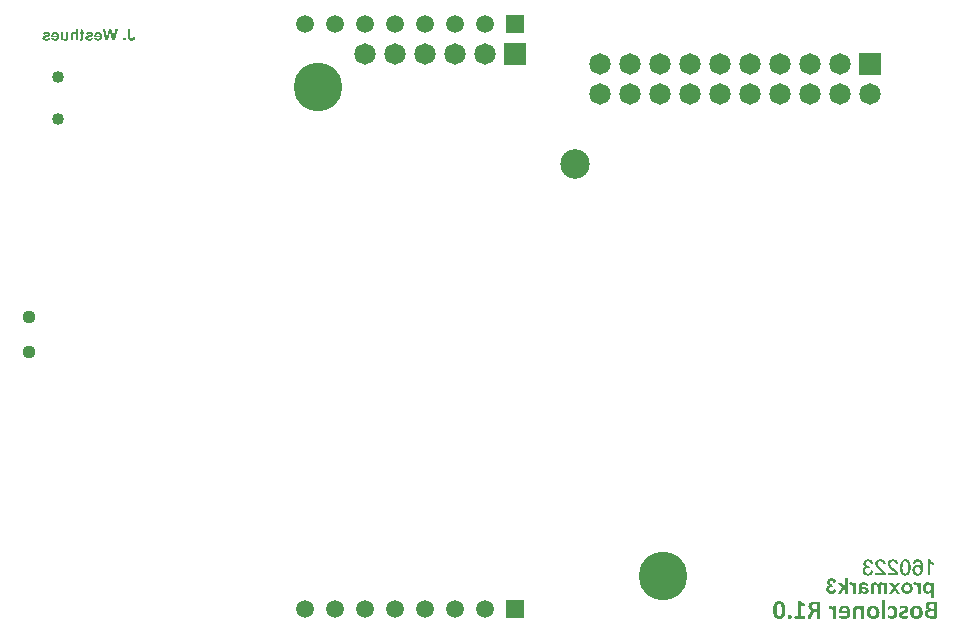
<source format=gbs>
G04 Layer_Color=16711935*
%FSLAX25Y25*%
%MOIN*%
G70*
G01*
G75*
%ADD54C,0.04000*%
%ADD103C,0.16200*%
%ADD104R,0.05900X0.05900*%
%ADD105C,0.05900*%
%ADD106C,0.09850*%
%ADD107C,0.04400*%
%ADD108P,0.10112X4X315.0*%
%ADD109C,0.07150*%
G36*
X30923Y195100D02*
X30186D01*
Y196487D01*
X30181Y196613D01*
X30175Y196722D01*
X30163Y196813D01*
X30152Y196887D01*
X30141Y196944D01*
X30135Y196984D01*
X30123Y197013D01*
Y197019D01*
X30095Y197081D01*
X30061Y197133D01*
X30026Y197184D01*
X29992Y197218D01*
X29964Y197247D01*
X29935Y197270D01*
X29918Y197281D01*
X29912Y197287D01*
X29855Y197316D01*
X29798Y197338D01*
X29741Y197355D01*
X29689Y197367D01*
X29644Y197373D01*
X29610Y197378D01*
X29581D01*
X29524Y197373D01*
X29473Y197367D01*
X29427Y197355D01*
X29387Y197344D01*
X29353Y197327D01*
X29330Y197316D01*
X29318Y197310D01*
X29313Y197304D01*
X29273Y197275D01*
X29244Y197247D01*
X29216Y197213D01*
X29199Y197184D01*
X29181Y197156D01*
X29170Y197139D01*
X29164Y197121D01*
Y197116D01*
X29158Y197093D01*
X29147Y197058D01*
X29136Y196979D01*
X29130Y196893D01*
X29124Y196796D01*
X29118Y196704D01*
Y196670D01*
Y196630D01*
Y196602D01*
Y196579D01*
Y196567D01*
Y196562D01*
Y195100D01*
X28382D01*
Y196727D01*
Y196859D01*
X28388Y196973D01*
X28393Y197070D01*
X28399Y197144D01*
X28411Y197207D01*
X28416Y197247D01*
X28422Y197275D01*
Y197281D01*
X28439Y197344D01*
X28462Y197407D01*
X28485Y197458D01*
X28508Y197510D01*
X28530Y197544D01*
X28547Y197578D01*
X28559Y197595D01*
X28565Y197601D01*
X28605Y197652D01*
X28656Y197704D01*
X28707Y197744D01*
X28759Y197778D01*
X28804Y197807D01*
X28839Y197829D01*
X28862Y197841D01*
X28873Y197846D01*
X28953Y197881D01*
X29033Y197904D01*
X29107Y197921D01*
X29181Y197932D01*
X29244Y197938D01*
X29290Y197944D01*
X29335D01*
X29427Y197938D01*
X29513Y197926D01*
X29598Y197904D01*
X29678Y197875D01*
X29821Y197807D01*
X29889Y197772D01*
X29947Y197732D01*
X29998Y197692D01*
X30049Y197652D01*
X30089Y197612D01*
X30123Y197584D01*
X30152Y197555D01*
X30169Y197532D01*
X30181Y197521D01*
X30186Y197515D01*
Y198943D01*
X30923D01*
Y195100D01*
D02*
G37*
G36*
X43205D02*
X42354D01*
X41589Y197972D01*
X40824Y195100D01*
X39996D01*
X39065Y198943D01*
X39848D01*
X40436Y196253D01*
X41115Y198943D01*
X42035D01*
X42737Y196299D01*
X43314Y198943D01*
X44107D01*
X43205Y195100D01*
D02*
G37*
G36*
X32670Y198440D02*
Y197887D01*
X33007D01*
Y197298D01*
X32670D01*
Y196082D01*
Y196014D01*
Y195945D01*
Y195888D01*
X32664Y195837D01*
Y195745D01*
X32659Y195677D01*
X32653Y195625D01*
Y195591D01*
X32647Y195568D01*
Y195563D01*
X32636Y195500D01*
X32619Y195443D01*
X32602Y195391D01*
X32585Y195351D01*
X32567Y195317D01*
X32556Y195294D01*
X32550Y195277D01*
X32544Y195271D01*
X32510Y195237D01*
X32476Y195203D01*
X32402Y195146D01*
X32368Y195129D01*
X32339Y195111D01*
X32316Y195106D01*
X32310Y195100D01*
X32248Y195077D01*
X32185Y195066D01*
X32128Y195054D01*
X32071Y195043D01*
X32025D01*
X31985Y195037D01*
X31951D01*
X31831Y195043D01*
X31722Y195054D01*
X31625Y195071D01*
X31540Y195094D01*
X31465Y195111D01*
X31414Y195129D01*
X31380Y195140D01*
X31368Y195146D01*
X31437Y195717D01*
X31505Y195694D01*
X31562Y195677D01*
X31614Y195665D01*
X31659Y195660D01*
X31688Y195654D01*
X31717Y195648D01*
X31734D01*
X31785Y195654D01*
X31825Y195665D01*
X31848Y195677D01*
X31859Y195682D01*
X31888Y195711D01*
X31905Y195739D01*
X31916Y195762D01*
X31922Y195774D01*
Y195785D01*
X31928Y195808D01*
Y195859D01*
Y195928D01*
X31934Y195996D01*
Y196065D01*
Y196122D01*
Y196139D01*
Y196156D01*
Y196168D01*
Y196174D01*
Y197298D01*
X31431D01*
Y197887D01*
X31934D01*
Y198874D01*
X32670Y198440D01*
D02*
G37*
G36*
X27645Y196122D02*
X27640Y195985D01*
X27628Y195859D01*
X27617Y195757D01*
X27594Y195665D01*
X27577Y195597D01*
X27565Y195545D01*
X27554Y195517D01*
X27548Y195505D01*
X27508Y195425D01*
X27457Y195357D01*
X27406Y195300D01*
X27354Y195248D01*
X27303Y195209D01*
X27263Y195180D01*
X27240Y195163D01*
X27229Y195157D01*
X27143Y195117D01*
X27057Y195089D01*
X26972Y195066D01*
X26892Y195054D01*
X26829Y195043D01*
X26772Y195037D01*
X26726D01*
X26623Y195043D01*
X26526Y195054D01*
X26441Y195077D01*
X26361Y195100D01*
X26298Y195123D01*
X26246Y195146D01*
X26218Y195157D01*
X26206Y195163D01*
X26115Y195214D01*
X26035Y195271D01*
X25967Y195328D01*
X25910Y195386D01*
X25864Y195437D01*
X25830Y195477D01*
X25807Y195500D01*
X25801Y195511D01*
Y195100D01*
X25116D01*
Y197887D01*
X25852D01*
Y196710D01*
Y196602D01*
Y196505D01*
X25858Y196419D01*
X25864Y196339D01*
Y196271D01*
X25870Y196208D01*
X25875Y196156D01*
X25881Y196111D01*
X25887Y196071D01*
X25892Y196036D01*
X25898Y196008D01*
Y195991D01*
X25910Y195962D01*
Y195957D01*
X25932Y195905D01*
X25967Y195854D01*
X26001Y195814D01*
X26035Y195774D01*
X26064Y195745D01*
X26092Y195722D01*
X26109Y195711D01*
X26115Y195705D01*
X26172Y195671D01*
X26229Y195648D01*
X26286Y195625D01*
X26338Y195614D01*
X26383Y195608D01*
X26418Y195603D01*
X26452D01*
X26509Y195608D01*
X26566Y195614D01*
X26612Y195625D01*
X26652Y195642D01*
X26680Y195654D01*
X26709Y195665D01*
X26720Y195671D01*
X26726Y195677D01*
X26760Y195711D01*
X26789Y195745D01*
X26834Y195814D01*
X26852Y195842D01*
X26863Y195865D01*
X26869Y195882D01*
Y195888D01*
X26875Y195916D01*
X26880Y195957D01*
X26886Y196002D01*
X26892Y196054D01*
X26897Y196174D01*
X26903Y196299D01*
X26909Y196413D01*
Y196465D01*
Y196516D01*
Y196550D01*
Y196585D01*
Y196602D01*
Y196607D01*
Y197887D01*
X27645D01*
Y196122D01*
D02*
G37*
G36*
X37718Y197938D02*
X37815Y197926D01*
X37906Y197909D01*
X37992Y197881D01*
X38072Y197852D01*
X38146Y197818D01*
X38215Y197784D01*
X38277Y197749D01*
X38335Y197710D01*
X38386Y197675D01*
X38426Y197641D01*
X38466Y197612D01*
X38494Y197584D01*
X38511Y197567D01*
X38523Y197555D01*
X38529Y197550D01*
X38591Y197475D01*
X38649Y197390D01*
X38694Y197304D01*
X38734Y197213D01*
X38768Y197121D01*
X38803Y197036D01*
X38843Y196859D01*
X38860Y196779D01*
X38871Y196704D01*
X38877Y196636D01*
X38883Y196579D01*
X38888Y196533D01*
Y196493D01*
Y196470D01*
Y196465D01*
X38883Y196362D01*
X38877Y196259D01*
X38866Y196162D01*
X38843Y196071D01*
X38826Y195991D01*
X38803Y195911D01*
X38774Y195837D01*
X38751Y195774D01*
X38723Y195711D01*
X38700Y195660D01*
X38677Y195614D01*
X38654Y195580D01*
X38637Y195551D01*
X38626Y195528D01*
X38620Y195517D01*
X38614Y195511D01*
X38546Y195425D01*
X38466Y195357D01*
X38386Y195294D01*
X38300Y195237D01*
X38209Y195191D01*
X38123Y195151D01*
X38032Y195123D01*
X37946Y195094D01*
X37866Y195077D01*
X37786Y195060D01*
X37718Y195054D01*
X37661Y195043D01*
X37609D01*
X37575Y195037D01*
X37541D01*
X37375Y195049D01*
X37227Y195071D01*
X37101Y195100D01*
X36987Y195140D01*
X36941Y195157D01*
X36901Y195180D01*
X36867Y195197D01*
X36833Y195209D01*
X36810Y195226D01*
X36793Y195231D01*
X36787Y195243D01*
X36781D01*
X36673Y195328D01*
X36582Y195431D01*
X36502Y195528D01*
X36439Y195631D01*
X36393Y195722D01*
X36370Y195757D01*
X36359Y195791D01*
X36347Y195819D01*
X36336Y195842D01*
X36330Y195854D01*
Y195859D01*
X37067Y195985D01*
X37095Y195911D01*
X37124Y195848D01*
X37152Y195797D01*
X37181Y195751D01*
X37210Y195717D01*
X37232Y195694D01*
X37244Y195682D01*
X37250Y195677D01*
X37295Y195648D01*
X37341Y195625D01*
X37392Y195608D01*
X37432Y195597D01*
X37472Y195591D01*
X37506Y195585D01*
X37535D01*
X37626Y195591D01*
X37712Y195614D01*
X37781Y195642D01*
X37843Y195677D01*
X37895Y195705D01*
X37935Y195734D01*
X37958Y195757D01*
X37963Y195762D01*
X38020Y195837D01*
X38060Y195922D01*
X38089Y196008D01*
X38112Y196088D01*
X38123Y196162D01*
X38129Y196219D01*
X38135Y196242D01*
Y196259D01*
Y196271D01*
Y196276D01*
X36290D01*
Y196430D01*
X36302Y196573D01*
X36319Y196704D01*
X36342Y196830D01*
X36364Y196944D01*
X36393Y197047D01*
X36427Y197139D01*
X36462Y197224D01*
X36496Y197293D01*
X36524Y197355D01*
X36553Y197413D01*
X36582Y197452D01*
X36604Y197487D01*
X36621Y197515D01*
X36633Y197527D01*
X36639Y197532D01*
X36707Y197607D01*
X36781Y197669D01*
X36861Y197721D01*
X36941Y197772D01*
X37021Y197812D01*
X37101Y197841D01*
X37181Y197869D01*
X37261Y197892D01*
X37330Y197909D01*
X37398Y197921D01*
X37461Y197932D01*
X37512Y197938D01*
X37558Y197944D01*
X37615D01*
X37718Y197938D01*
D02*
G37*
G36*
X23403D02*
X23500Y197926D01*
X23591Y197909D01*
X23677Y197881D01*
X23757Y197852D01*
X23831Y197818D01*
X23900Y197784D01*
X23962Y197749D01*
X24020Y197710D01*
X24071Y197675D01*
X24111Y197641D01*
X24151Y197612D01*
X24179Y197584D01*
X24196Y197567D01*
X24208Y197555D01*
X24214Y197550D01*
X24276Y197475D01*
X24333Y197390D01*
X24379Y197304D01*
X24419Y197213D01*
X24453Y197121D01*
X24488Y197036D01*
X24528Y196859D01*
X24545Y196779D01*
X24556Y196704D01*
X24562Y196636D01*
X24568Y196579D01*
X24573Y196533D01*
Y196493D01*
Y196470D01*
Y196465D01*
X24568Y196362D01*
X24562Y196259D01*
X24551Y196162D01*
X24528Y196071D01*
X24511Y195991D01*
X24488Y195911D01*
X24459Y195837D01*
X24436Y195774D01*
X24408Y195711D01*
X24385Y195660D01*
X24362Y195614D01*
X24339Y195580D01*
X24322Y195551D01*
X24311Y195528D01*
X24305Y195517D01*
X24299Y195511D01*
X24231Y195425D01*
X24151Y195357D01*
X24071Y195294D01*
X23985Y195237D01*
X23894Y195191D01*
X23808Y195151D01*
X23717Y195123D01*
X23631Y195094D01*
X23551Y195077D01*
X23471Y195060D01*
X23403Y195054D01*
X23346Y195043D01*
X23294D01*
X23260Y195037D01*
X23226D01*
X23060Y195049D01*
X22912Y195071D01*
X22786Y195100D01*
X22672Y195140D01*
X22626Y195157D01*
X22586Y195180D01*
X22552Y195197D01*
X22518Y195209D01*
X22495Y195226D01*
X22478Y195231D01*
X22472Y195243D01*
X22466D01*
X22358Y195328D01*
X22266Y195431D01*
X22187Y195528D01*
X22124Y195631D01*
X22078Y195722D01*
X22055Y195757D01*
X22044Y195791D01*
X22032Y195819D01*
X22021Y195842D01*
X22015Y195854D01*
Y195859D01*
X22752Y195985D01*
X22780Y195911D01*
X22809Y195848D01*
X22838Y195797D01*
X22866Y195751D01*
X22895Y195717D01*
X22918Y195694D01*
X22929Y195682D01*
X22935Y195677D01*
X22980Y195648D01*
X23026Y195625D01*
X23077Y195608D01*
X23117Y195597D01*
X23157Y195591D01*
X23192Y195585D01*
X23220D01*
X23312Y195591D01*
X23397Y195614D01*
X23466Y195642D01*
X23528Y195677D01*
X23580Y195705D01*
X23620Y195734D01*
X23643Y195757D01*
X23648Y195762D01*
X23705Y195837D01*
X23745Y195922D01*
X23774Y196008D01*
X23797Y196088D01*
X23808Y196162D01*
X23814Y196219D01*
X23820Y196242D01*
Y196259D01*
Y196271D01*
Y196276D01*
X21975D01*
Y196430D01*
X21987Y196573D01*
X22004Y196704D01*
X22027Y196830D01*
X22050Y196944D01*
X22078Y197047D01*
X22112Y197139D01*
X22147Y197224D01*
X22181Y197293D01*
X22209Y197355D01*
X22238Y197413D01*
X22266Y197452D01*
X22289Y197487D01*
X22307Y197515D01*
X22318Y197527D01*
X22324Y197532D01*
X22392Y197607D01*
X22466Y197669D01*
X22546Y197721D01*
X22626Y197772D01*
X22706Y197812D01*
X22786Y197841D01*
X22866Y197869D01*
X22946Y197892D01*
X23015Y197909D01*
X23083Y197921D01*
X23146Y197932D01*
X23197Y197938D01*
X23243Y197944D01*
X23300D01*
X23403Y197938D01*
D02*
G37*
G36*
X46722Y195100D02*
X45986D01*
Y195837D01*
X46722D01*
Y195100D01*
D02*
G37*
G36*
X48316Y196459D02*
Y196373D01*
X48321Y196299D01*
X48327Y196231D01*
X48333Y196168D01*
X48338Y196111D01*
X48350Y196059D01*
X48361Y196014D01*
X48367Y195974D01*
X48390Y195916D01*
X48407Y195871D01*
X48418Y195848D01*
X48424Y195842D01*
X48470Y195797D01*
X48527Y195762D01*
X48590Y195734D01*
X48647Y195717D01*
X48704Y195705D01*
X48750Y195700D01*
X48790D01*
X48881Y195711D01*
X48955Y195734D01*
X49024Y195762D01*
X49075Y195802D01*
X49121Y195842D01*
X49149Y195871D01*
X49166Y195894D01*
X49172Y195905D01*
X49201Y195962D01*
X49218Y196036D01*
X49235Y196116D01*
X49246Y196191D01*
X49258Y196259D01*
Y196322D01*
X49263Y196345D01*
Y196356D01*
Y196368D01*
Y196373D01*
X50000Y196288D01*
X49994Y196174D01*
X49989Y196071D01*
X49971Y195974D01*
X49954Y195882D01*
X49931Y195797D01*
X49903Y195722D01*
X49874Y195648D01*
X49846Y195591D01*
X49823Y195534D01*
X49794Y195483D01*
X49766Y195443D01*
X49743Y195408D01*
X49726Y195386D01*
X49709Y195368D01*
X49703Y195357D01*
X49697Y195351D01*
X49635Y195294D01*
X49572Y195248D01*
X49503Y195209D01*
X49429Y195168D01*
X49286Y195111D01*
X49143Y195077D01*
X49075Y195066D01*
X49012Y195054D01*
X48961Y195049D01*
X48909Y195043D01*
X48875Y195037D01*
X48818D01*
X48647Y195049D01*
X48493Y195071D01*
X48355Y195100D01*
X48247Y195140D01*
X48196Y195157D01*
X48156Y195174D01*
X48121Y195191D01*
X48087Y195209D01*
X48064Y195220D01*
X48047Y195231D01*
X48041Y195237D01*
X48036D01*
X47933Y195317D01*
X47847Y195408D01*
X47773Y195500D01*
X47716Y195585D01*
X47676Y195660D01*
X47648Y195717D01*
X47636Y195739D01*
X47630Y195757D01*
X47625Y195768D01*
Y195774D01*
X47596Y195877D01*
X47573Y195996D01*
X47562Y196122D01*
X47550Y196236D01*
X47545Y196345D01*
X47539Y196390D01*
Y196430D01*
Y196465D01*
Y196487D01*
Y196505D01*
Y196510D01*
Y198943D01*
X48316D01*
Y196459D01*
D02*
G37*
G36*
X34886Y197932D02*
X34977Y197921D01*
X35063Y197904D01*
X35143Y197887D01*
X35217Y197864D01*
X35285Y197841D01*
X35342Y197818D01*
X35394Y197795D01*
X35440Y197772D01*
X35474Y197749D01*
X35508Y197732D01*
X35531Y197715D01*
X35548Y197704D01*
X35554Y197698D01*
X35559Y197692D01*
X35611Y197647D01*
X35651Y197595D01*
X35691Y197544D01*
X35725Y197493D01*
X35776Y197395D01*
X35811Y197298D01*
X35828Y197213D01*
X35839Y197150D01*
X35845Y197121D01*
Y197104D01*
Y197093D01*
Y197087D01*
X35839Y197013D01*
X35828Y196944D01*
X35816Y196881D01*
X35794Y196819D01*
X35742Y196710D01*
X35679Y196625D01*
X35616Y196550D01*
X35565Y196499D01*
X35542Y196482D01*
X35525Y196470D01*
X35519Y196459D01*
X35514D01*
X35462Y196430D01*
X35399Y196396D01*
X35320Y196368D01*
X35240Y196333D01*
X35148Y196305D01*
X35051Y196276D01*
X34863Y196219D01*
X34766Y196196D01*
X34680Y196174D01*
X34600Y196151D01*
X34526Y196133D01*
X34469Y196116D01*
X34423Y196111D01*
X34395Y196099D01*
X34383D01*
X34315Y196082D01*
X34263Y196065D01*
X34218Y196054D01*
X34189Y196036D01*
X34166Y196025D01*
X34149Y196014D01*
X34138Y196002D01*
X34103Y195957D01*
X34086Y195916D01*
X34080Y195882D01*
Y195871D01*
Y195865D01*
X34086Y195825D01*
X34098Y195785D01*
X34132Y195722D01*
X34149Y195700D01*
X34166Y195682D01*
X34178Y195677D01*
X34183Y195671D01*
X34240Y195637D01*
X34309Y195614D01*
X34383Y195591D01*
X34452Y195580D01*
X34514Y195574D01*
X34566Y195568D01*
X34611D01*
X34703Y195574D01*
X34789Y195585D01*
X34857Y195603D01*
X34914Y195625D01*
X34960Y195642D01*
X34994Y195660D01*
X35017Y195671D01*
X35023Y195677D01*
X35074Y195722D01*
X35114Y195774D01*
X35143Y195825D01*
X35171Y195882D01*
X35188Y195928D01*
X35200Y195968D01*
X35211Y195991D01*
Y196002D01*
X35948Y195888D01*
X35902Y195751D01*
X35839Y195625D01*
X35771Y195517D01*
X35696Y195431D01*
X35628Y195357D01*
X35571Y195306D01*
X35548Y195288D01*
X35531Y195277D01*
X35525Y195266D01*
X35519D01*
X35382Y195191D01*
X35234Y195134D01*
X35085Y195094D01*
X34943Y195066D01*
X34874Y195054D01*
X34811Y195049D01*
X34760Y195043D01*
X34709D01*
X34669Y195037D01*
X34617D01*
X34503Y195043D01*
X34395Y195049D01*
X34297Y195060D01*
X34206Y195083D01*
X34121Y195100D01*
X34041Y195123D01*
X33972Y195151D01*
X33909Y195174D01*
X33852Y195203D01*
X33801Y195226D01*
X33761Y195248D01*
X33727Y195271D01*
X33704Y195288D01*
X33687Y195300D01*
X33675Y195306D01*
X33669Y195311D01*
X33612Y195363D01*
X33561Y195420D01*
X33521Y195471D01*
X33481Y195528D01*
X33447Y195585D01*
X33424Y195642D01*
X33384Y195745D01*
X33361Y195831D01*
X33355Y195871D01*
X33350Y195905D01*
X33344Y195934D01*
Y195951D01*
Y195962D01*
Y195968D01*
X33355Y196093D01*
X33378Y196202D01*
X33418Y196293D01*
X33458Y196368D01*
X33504Y196430D01*
X33544Y196476D01*
X33567Y196499D01*
X33578Y196510D01*
X33624Y196545D01*
X33681Y196579D01*
X33806Y196642D01*
X33944Y196699D01*
X34075Y196745D01*
X34200Y196784D01*
X34258Y196802D01*
X34303Y196813D01*
X34343Y196824D01*
X34372Y196830D01*
X34395Y196836D01*
X34400D01*
X34503Y196859D01*
X34600Y196887D01*
X34680Y196904D01*
X34754Y196927D01*
X34823Y196944D01*
X34880Y196961D01*
X34926Y196979D01*
X34966Y196996D01*
X35000Y197007D01*
X35028Y197019D01*
X35051Y197024D01*
X35068Y197036D01*
X35085Y197041D01*
X35091Y197047D01*
X35114Y197070D01*
X35131Y197087D01*
X35148Y197133D01*
X35160Y197167D01*
Y197173D01*
Y197178D01*
X35154Y197213D01*
X35148Y197241D01*
X35120Y197287D01*
X35091Y197316D01*
X35085Y197327D01*
X35080D01*
X35028Y197355D01*
X34960Y197378D01*
X34891Y197390D01*
X34823Y197401D01*
X34760Y197407D01*
X34709Y197413D01*
X34663D01*
X34583Y197407D01*
X34509Y197401D01*
X34452Y197384D01*
X34400Y197367D01*
X34360Y197350D01*
X34332Y197338D01*
X34315Y197327D01*
X34309Y197321D01*
X34263Y197287D01*
X34229Y197247D01*
X34200Y197207D01*
X34178Y197167D01*
X34161Y197133D01*
X34149Y197104D01*
X34138Y197081D01*
Y197076D01*
X33441Y197201D01*
X33487Y197333D01*
X33549Y197441D01*
X33612Y197538D01*
X33675Y197618D01*
X33732Y197675D01*
X33784Y197721D01*
X33818Y197744D01*
X33824Y197755D01*
X33829D01*
X33886Y197789D01*
X33944Y197818D01*
X34075Y197864D01*
X34218Y197898D01*
X34355Y197921D01*
X34417Y197926D01*
X34480Y197932D01*
X34532Y197938D01*
X34583Y197944D01*
X34783D01*
X34886Y197932D01*
D02*
G37*
G36*
X20571D02*
X20662Y197921D01*
X20748Y197904D01*
X20828Y197887D01*
X20902Y197864D01*
X20970Y197841D01*
X21027Y197818D01*
X21079Y197795D01*
X21125Y197772D01*
X21159Y197749D01*
X21193Y197732D01*
X21216Y197715D01*
X21233Y197704D01*
X21239Y197698D01*
X21244Y197692D01*
X21296Y197647D01*
X21336Y197595D01*
X21376Y197544D01*
X21410Y197493D01*
X21461Y197395D01*
X21496Y197298D01*
X21513Y197213D01*
X21524Y197150D01*
X21530Y197121D01*
Y197104D01*
Y197093D01*
Y197087D01*
X21524Y197013D01*
X21513Y196944D01*
X21501Y196881D01*
X21479Y196819D01*
X21427Y196710D01*
X21364Y196625D01*
X21302Y196550D01*
X21250Y196499D01*
X21227Y196482D01*
X21210Y196470D01*
X21204Y196459D01*
X21199D01*
X21147Y196430D01*
X21085Y196396D01*
X21005Y196368D01*
X20925Y196333D01*
X20833Y196305D01*
X20736Y196276D01*
X20548Y196219D01*
X20451Y196196D01*
X20365Y196174D01*
X20285Y196151D01*
X20211Y196133D01*
X20154Y196116D01*
X20108Y196111D01*
X20080Y196099D01*
X20068D01*
X20000Y196082D01*
X19948Y196065D01*
X19903Y196054D01*
X19874Y196036D01*
X19851Y196025D01*
X19834Y196014D01*
X19823Y196002D01*
X19788Y195957D01*
X19771Y195916D01*
X19766Y195882D01*
Y195871D01*
Y195865D01*
X19771Y195825D01*
X19783Y195785D01*
X19817Y195722D01*
X19834Y195700D01*
X19851Y195682D01*
X19863Y195677D01*
X19868Y195671D01*
X19925Y195637D01*
X19994Y195614D01*
X20068Y195591D01*
X20137Y195580D01*
X20200Y195574D01*
X20251Y195568D01*
X20297D01*
X20388Y195574D01*
X20474Y195585D01*
X20542Y195603D01*
X20599Y195625D01*
X20645Y195642D01*
X20679Y195660D01*
X20702Y195671D01*
X20708Y195677D01*
X20759Y195722D01*
X20799Y195774D01*
X20828Y195825D01*
X20856Y195882D01*
X20873Y195928D01*
X20885Y195968D01*
X20896Y195991D01*
Y196002D01*
X21633Y195888D01*
X21587Y195751D01*
X21524Y195625D01*
X21456Y195517D01*
X21382Y195431D01*
X21313Y195357D01*
X21256Y195306D01*
X21233Y195288D01*
X21216Y195277D01*
X21210Y195266D01*
X21204D01*
X21067Y195191D01*
X20919Y195134D01*
X20771Y195094D01*
X20628Y195066D01*
X20559Y195054D01*
X20496Y195049D01*
X20445Y195043D01*
X20394D01*
X20354Y195037D01*
X20302D01*
X20188Y195043D01*
X20080Y195049D01*
X19983Y195060D01*
X19891Y195083D01*
X19805Y195100D01*
X19726Y195123D01*
X19657Y195151D01*
X19594Y195174D01*
X19537Y195203D01*
X19486Y195226D01*
X19446Y195248D01*
X19411Y195271D01*
X19389Y195288D01*
X19372Y195300D01*
X19360Y195306D01*
X19354Y195311D01*
X19297Y195363D01*
X19246Y195420D01*
X19206Y195471D01*
X19166Y195528D01*
X19132Y195585D01*
X19109Y195642D01*
X19069Y195745D01*
X19046Y195831D01*
X19040Y195871D01*
X19035Y195905D01*
X19029Y195934D01*
Y195951D01*
Y195962D01*
Y195968D01*
X19040Y196093D01*
X19063Y196202D01*
X19103Y196293D01*
X19143Y196368D01*
X19189Y196430D01*
X19229Y196476D01*
X19252Y196499D01*
X19263Y196510D01*
X19309Y196545D01*
X19366Y196579D01*
X19491Y196642D01*
X19628Y196699D01*
X19760Y196745D01*
X19885Y196784D01*
X19943Y196802D01*
X19988Y196813D01*
X20028Y196824D01*
X20057Y196830D01*
X20080Y196836D01*
X20085D01*
X20188Y196859D01*
X20285Y196887D01*
X20365Y196904D01*
X20439Y196927D01*
X20508Y196944D01*
X20565Y196961D01*
X20611Y196979D01*
X20651Y196996D01*
X20685Y197007D01*
X20713Y197019D01*
X20736Y197024D01*
X20753Y197036D01*
X20771Y197041D01*
X20776Y197047D01*
X20799Y197070D01*
X20816Y197087D01*
X20833Y197133D01*
X20845Y197167D01*
Y197173D01*
Y197178D01*
X20839Y197213D01*
X20833Y197241D01*
X20805Y197287D01*
X20776Y197316D01*
X20771Y197327D01*
X20765D01*
X20713Y197355D01*
X20645Y197378D01*
X20576Y197390D01*
X20508Y197401D01*
X20445Y197407D01*
X20394Y197413D01*
X20348D01*
X20268Y197407D01*
X20194Y197401D01*
X20137Y197384D01*
X20085Y197367D01*
X20045Y197350D01*
X20017Y197338D01*
X20000Y197327D01*
X19994Y197321D01*
X19948Y197287D01*
X19914Y197247D01*
X19885Y197207D01*
X19863Y197167D01*
X19846Y197133D01*
X19834Y197104D01*
X19823Y197081D01*
Y197076D01*
X19126Y197201D01*
X19172Y197333D01*
X19234Y197441D01*
X19297Y197538D01*
X19360Y197618D01*
X19417Y197675D01*
X19469Y197721D01*
X19503Y197744D01*
X19509Y197755D01*
X19514D01*
X19571Y197789D01*
X19628Y197818D01*
X19760Y197864D01*
X19903Y197898D01*
X20040Y197921D01*
X20102Y197926D01*
X20165Y197932D01*
X20217Y197938D01*
X20268Y197944D01*
X20468D01*
X20571Y197932D01*
D02*
G37*
G36*
X294499Y22179D02*
X294699Y22141D01*
X294889Y22084D01*
X295042Y22017D01*
X295175Y21950D01*
X295270Y21893D01*
X295299Y21874D01*
X295327Y21855D01*
X295337Y21836D01*
X295346D01*
X295423Y21769D01*
X295499Y21684D01*
X295623Y21512D01*
X295727Y21322D01*
X295803Y21141D01*
X295851Y20970D01*
X295880Y20894D01*
X295889Y20827D01*
X295899Y20779D01*
X295908Y20741D01*
X295918Y20713D01*
Y20703D01*
X295137Y20579D01*
X295099Y20751D01*
X295061Y20903D01*
X295013Y21027D01*
X294956Y21132D01*
X294918Y21208D01*
X294880Y21255D01*
X294851Y21293D01*
X294842Y21303D01*
X294747Y21379D01*
X294652Y21436D01*
X294556Y21474D01*
X294461Y21503D01*
X294375Y21522D01*
X294309Y21531D01*
X294252D01*
X294137Y21522D01*
X294042Y21503D01*
X293947Y21465D01*
X293861Y21436D01*
X293804Y21398D01*
X293747Y21360D01*
X293719Y21341D01*
X293709Y21331D01*
X293633Y21255D01*
X293576Y21160D01*
X293528Y21065D01*
X293500Y20979D01*
X293481Y20903D01*
X293471Y20836D01*
Y20798D01*
Y20779D01*
Y20694D01*
X293490Y20608D01*
X293509Y20541D01*
X293528Y20475D01*
X293547Y20427D01*
X293566Y20389D01*
X293576Y20370D01*
X293585Y20360D01*
X293681Y20256D01*
X293766Y20170D01*
X293814Y20142D01*
X293842Y20122D01*
X293861Y20103D01*
X293871D01*
X293995Y20056D01*
X294090Y20018D01*
X294128Y20008D01*
X294157Y19999D01*
X294185D01*
X294242Y19989D01*
X294309D01*
X294461Y19980D01*
X294642D01*
X294718Y19275D01*
X294594Y19294D01*
X294490Y19313D01*
X294394Y19323D01*
X294328Y19332D01*
X294271Y19342D01*
X294195D01*
X294042Y19332D01*
X293909Y19304D01*
X293785Y19256D01*
X293690Y19209D01*
X293604Y19151D01*
X293547Y19113D01*
X293509Y19075D01*
X293500Y19066D01*
X293414Y18961D01*
X293347Y18847D01*
X293300Y18742D01*
X293262Y18637D01*
X293243Y18542D01*
X293233Y18466D01*
Y18418D01*
Y18399D01*
X293243Y18247D01*
X293281Y18104D01*
X293328Y17971D01*
X293376Y17866D01*
X293433Y17781D01*
X293481Y17723D01*
X293519Y17676D01*
X293528Y17666D01*
X293642Y17571D01*
X293766Y17504D01*
X293880Y17447D01*
X293995Y17419D01*
X294090Y17400D01*
X294176Y17390D01*
X294223Y17381D01*
X294242D01*
X294375Y17390D01*
X294499Y17419D01*
X294604Y17457D01*
X294690Y17504D01*
X294766Y17543D01*
X294813Y17581D01*
X294851Y17609D01*
X294861Y17619D01*
X294947Y17723D01*
X295013Y17847D01*
X295070Y17980D01*
X295118Y18114D01*
X295156Y18237D01*
X295185Y18333D01*
X295194Y18371D01*
Y18399D01*
X295204Y18418D01*
Y18428D01*
X295984Y18314D01*
X295937Y18047D01*
X295870Y17809D01*
X295775Y17609D01*
X295680Y17438D01*
X295594Y17305D01*
X295518Y17209D01*
X295489Y17181D01*
X295461Y17152D01*
X295451Y17143D01*
X295442Y17133D01*
X295346Y17057D01*
X295251Y17000D01*
X295051Y16895D01*
X294851Y16819D01*
X294661Y16771D01*
X294499Y16733D01*
X294423Y16724D01*
X294366D01*
X294309Y16714D01*
X294242D01*
X294099Y16724D01*
X293966Y16733D01*
X293719Y16791D01*
X293500Y16867D01*
X293309Y16952D01*
X293233Y17000D01*
X293157Y17038D01*
X293100Y17076D01*
X293043Y17114D01*
X293005Y17143D01*
X292976Y17171D01*
X292957Y17181D01*
X292947Y17190D01*
X292852Y17286D01*
X292767Y17381D01*
X292690Y17476D01*
X292624Y17581D01*
X292576Y17685D01*
X292529Y17790D01*
X292462Y17980D01*
X292424Y18152D01*
X292414Y18218D01*
X292405Y18285D01*
X292395Y18342D01*
Y18380D01*
Y18399D01*
Y18409D01*
X292405Y18580D01*
X292433Y18742D01*
X292481Y18885D01*
X292529Y19009D01*
X292576Y19113D01*
X292624Y19199D01*
X292652Y19247D01*
X292662Y19266D01*
X292767Y19399D01*
X292890Y19513D01*
X293005Y19599D01*
X293119Y19656D01*
X293224Y19704D01*
X293280Y19722D01*
X293262Y19732D01*
X293147Y19799D01*
X293052Y19884D01*
X292967Y19970D01*
X292900Y20065D01*
X292843Y20151D01*
X292786Y20246D01*
X292747Y20332D01*
X292700Y20503D01*
X292681Y20579D01*
X292671Y20646D01*
X292662Y20694D01*
Y20732D01*
Y20760D01*
Y20770D01*
X292671Y20875D01*
X292681Y20979D01*
X292738Y21179D01*
X292805Y21351D01*
X292890Y21493D01*
X292976Y21617D01*
X293052Y21703D01*
X293109Y21760D01*
X293119Y21779D01*
X293128D01*
X293214Y21855D01*
X293309Y21922D01*
X293500Y22017D01*
X293690Y22093D01*
X293871Y22150D01*
X294033Y22179D01*
X294099Y22188D01*
X294157D01*
X294204Y22198D01*
X294271D01*
X294499Y22179D01*
D02*
G37*
G36*
X302772D02*
X303010Y22131D01*
X303220Y22065D01*
X303400Y21998D01*
X303543Y21922D01*
X303600Y21884D01*
X303648Y21855D01*
X303686Y21827D01*
X303715Y21808D01*
X303724Y21798D01*
X303734Y21789D01*
X303819Y21703D01*
X303895Y21617D01*
X304019Y21417D01*
X304114Y21217D01*
X304191Y21008D01*
X304229Y20827D01*
X304248Y20751D01*
X304257Y20675D01*
X304267Y20617D01*
X304276Y20579D01*
Y20551D01*
Y20541D01*
X303477Y20465D01*
X303457Y20665D01*
X303429Y20836D01*
X303381Y20979D01*
X303334Y21093D01*
X303286Y21179D01*
X303239Y21236D01*
X303210Y21274D01*
X303201Y21284D01*
X303096Y21370D01*
X302981Y21427D01*
X302867Y21474D01*
X302763Y21503D01*
X302667Y21522D01*
X302591Y21531D01*
X302525D01*
X302382Y21522D01*
X302249Y21493D01*
X302144Y21455D01*
X302049Y21408D01*
X301972Y21360D01*
X301915Y21322D01*
X301877Y21293D01*
X301868Y21284D01*
X301782Y21189D01*
X301715Y21093D01*
X301668Y20989D01*
X301630Y20894D01*
X301611Y20808D01*
X301601Y20741D01*
Y20703D01*
Y20684D01*
X301620Y20522D01*
X301668Y20360D01*
X301725Y20208D01*
X301801Y20075D01*
X301877Y19961D01*
X301934Y19875D01*
X301982Y19818D01*
X301991Y19808D01*
X302001Y19799D01*
X302153Y19637D01*
X302306Y19485D01*
X302458Y19351D01*
X302591Y19228D01*
X302715Y19123D01*
X302801Y19047D01*
X302839Y19018D01*
X302867Y18999D01*
X302877Y18980D01*
X302886D01*
X303048Y18847D01*
X303191Y18723D01*
X303324Y18599D01*
X303448Y18485D01*
X303553Y18380D01*
X303657Y18285D01*
X303743Y18199D01*
X303819Y18114D01*
X303886Y18038D01*
X303943Y17980D01*
X303981Y17923D01*
X304019Y17876D01*
X304048Y17838D01*
X304067Y17809D01*
X304086Y17800D01*
Y17790D01*
X304191Y17619D01*
X304267Y17447D01*
X304324Y17276D01*
X304362Y17124D01*
X304381Y16990D01*
X304391Y16895D01*
X304400Y16857D01*
Y16829D01*
Y16809D01*
Y16800D01*
X300773D01*
Y17562D01*
X303353D01*
X303277Y17647D01*
X303172Y17752D01*
X303048Y17857D01*
X302934Y17961D01*
X302820Y18057D01*
X302715Y18133D01*
X302686Y18171D01*
X302658Y18190D01*
X302639Y18199D01*
X302629Y18209D01*
X302429Y18371D01*
X302258Y18523D01*
X302096Y18666D01*
X301944Y18799D01*
X301811Y18923D01*
X301687Y19037D01*
X301582Y19142D01*
X301496Y19237D01*
X301411Y19323D01*
X301344Y19399D01*
X301287Y19456D01*
X301249Y19513D01*
X301211Y19551D01*
X301192Y19580D01*
X301173Y19599D01*
Y19608D01*
X301049Y19808D01*
X300954Y19999D01*
X300887Y20180D01*
X300839Y20341D01*
X300811Y20475D01*
X300801Y20579D01*
X300792Y20617D01*
Y20656D01*
Y20665D01*
Y20675D01*
X300801Y20789D01*
X300811Y20903D01*
X300859Y21103D01*
X300935Y21284D01*
X301020Y21436D01*
X301106Y21569D01*
X301173Y21665D01*
X301211Y21693D01*
X301230Y21722D01*
X301239Y21731D01*
X301249Y21741D01*
X301335Y21817D01*
X301430Y21893D01*
X301630Y22007D01*
X301839Y22084D01*
X302049Y22141D01*
X302229Y22179D01*
X302306Y22188D01*
X302372D01*
X302429Y22198D01*
X302639D01*
X302772Y22179D01*
D02*
G37*
G36*
X298612D02*
X298850Y22131D01*
X299059Y22065D01*
X299240Y21998D01*
X299383Y21922D01*
X299440Y21884D01*
X299488Y21855D01*
X299526Y21827D01*
X299554Y21808D01*
X299564Y21798D01*
X299573Y21789D01*
X299659Y21703D01*
X299735Y21617D01*
X299859Y21417D01*
X299954Y21217D01*
X300030Y21008D01*
X300068Y20827D01*
X300087Y20751D01*
X300097Y20675D01*
X300107Y20617D01*
X300116Y20579D01*
Y20551D01*
Y20541D01*
X299316Y20465D01*
X299297Y20665D01*
X299269Y20836D01*
X299221Y20979D01*
X299173Y21093D01*
X299126Y21179D01*
X299078Y21236D01*
X299050Y21274D01*
X299040Y21284D01*
X298936Y21370D01*
X298821Y21427D01*
X298707Y21474D01*
X298602Y21503D01*
X298507Y21522D01*
X298431Y21531D01*
X298364D01*
X298221Y21522D01*
X298088Y21493D01*
X297984Y21455D01*
X297888Y21408D01*
X297812Y21360D01*
X297755Y21322D01*
X297717Y21293D01*
X297707Y21284D01*
X297622Y21189D01*
X297555Y21093D01*
X297508Y20989D01*
X297469Y20894D01*
X297450Y20808D01*
X297441Y20741D01*
Y20703D01*
Y20684D01*
X297460Y20522D01*
X297508Y20360D01*
X297565Y20208D01*
X297641Y20075D01*
X297717Y19961D01*
X297774Y19875D01*
X297822Y19818D01*
X297831Y19808D01*
X297841Y19799D01*
X297993Y19637D01*
X298145Y19485D01*
X298298Y19351D01*
X298431Y19228D01*
X298555Y19123D01*
X298640Y19047D01*
X298678Y19018D01*
X298707Y18999D01*
X298717Y18980D01*
X298726D01*
X298888Y18847D01*
X299031Y18723D01*
X299164Y18599D01*
X299288Y18485D01*
X299393Y18380D01*
X299497Y18285D01*
X299583Y18199D01*
X299659Y18114D01*
X299726Y18038D01*
X299783Y17980D01*
X299821Y17923D01*
X299859Y17876D01*
X299887Y17838D01*
X299907Y17809D01*
X299926Y17800D01*
Y17790D01*
X300030Y17619D01*
X300107Y17447D01*
X300164Y17276D01*
X300202Y17124D01*
X300221Y16990D01*
X300230Y16895D01*
X300240Y16857D01*
Y16829D01*
Y16809D01*
Y16800D01*
X296613D01*
Y17562D01*
X299193D01*
X299116Y17647D01*
X299012Y17752D01*
X298888Y17857D01*
X298774Y17961D01*
X298659Y18057D01*
X298555Y18133D01*
X298526Y18171D01*
X298498Y18190D01*
X298479Y18199D01*
X298469Y18209D01*
X298269Y18371D01*
X298098Y18523D01*
X297936Y18666D01*
X297784Y18799D01*
X297650Y18923D01*
X297527Y19037D01*
X297422Y19142D01*
X297336Y19237D01*
X297251Y19323D01*
X297184Y19399D01*
X297127Y19456D01*
X297089Y19513D01*
X297051Y19551D01*
X297031Y19580D01*
X297012Y19599D01*
Y19608D01*
X296889Y19808D01*
X296794Y19999D01*
X296727Y20180D01*
X296679Y20341D01*
X296651Y20475D01*
X296641Y20579D01*
X296632Y20617D01*
Y20656D01*
Y20665D01*
Y20675D01*
X296641Y20789D01*
X296651Y20903D01*
X296698Y21103D01*
X296775Y21284D01*
X296860Y21436D01*
X296946Y21569D01*
X297012Y21665D01*
X297051Y21693D01*
X297070Y21722D01*
X297079Y21731D01*
X297089Y21741D01*
X297174Y21817D01*
X297270Y21893D01*
X297469Y22007D01*
X297679Y22084D01*
X297888Y22141D01*
X298069Y22179D01*
X298145Y22188D01*
X298212D01*
X298269Y22198D01*
X298479D01*
X298612Y22179D01*
D02*
G37*
G36*
X314843Y22055D02*
X314939Y21922D01*
X315053Y21779D01*
X315167Y21655D01*
X315424Y21427D01*
X315681Y21227D01*
X315805Y21141D01*
X315919Y21075D01*
X316024Y21008D01*
X316119Y20951D01*
X316195Y20913D01*
X316252Y20884D01*
X316290Y20865D01*
X316300Y20855D01*
Y20122D01*
X316129Y20189D01*
X315976Y20246D01*
X315833Y20313D01*
X315710Y20380D01*
X315586Y20446D01*
X315481Y20513D01*
X315386Y20570D01*
X315310Y20627D01*
X315234Y20684D01*
X315167Y20732D01*
X315120Y20779D01*
X315081Y20817D01*
X315043Y20846D01*
X315024Y20875D01*
X315005Y20884D01*
Y16800D01*
X314206D01*
Y22207D01*
X314758D01*
X314843Y22055D01*
D02*
G37*
G36*
X310864Y22188D02*
X311035Y22169D01*
X311188Y22131D01*
X311321Y22084D01*
X311454Y22027D01*
X311578Y21969D01*
X311683Y21903D01*
X311778Y21836D01*
X311864Y21760D01*
X311940Y21693D01*
X312006Y21636D01*
X312054Y21579D01*
X312102Y21531D01*
X312130Y21493D01*
X312140Y21474D01*
X312149Y21465D01*
X312235Y21322D01*
X312311Y21170D01*
X312378Y20998D01*
X312435Y20827D01*
X312521Y20465D01*
X312578Y20122D01*
X312606Y19961D01*
X312616Y19808D01*
X312625Y19675D01*
X312635Y19561D01*
X312644Y19456D01*
Y19389D01*
Y19342D01*
Y19323D01*
X312635Y19056D01*
X312616Y18818D01*
X312597Y18590D01*
X312559Y18390D01*
X312521Y18209D01*
X312473Y18038D01*
X312416Y17885D01*
X312368Y17762D01*
X312321Y17647D01*
X312263Y17543D01*
X312216Y17466D01*
X312178Y17400D01*
X312140Y17352D01*
X312111Y17314D01*
X312102Y17295D01*
X312092Y17286D01*
X311987Y17181D01*
X311873Y17095D01*
X311759Y17019D01*
X311645Y16952D01*
X311540Y16905D01*
X311426Y16857D01*
X311216Y16791D01*
X311026Y16743D01*
X310950Y16733D01*
X310883Y16724D01*
X310826Y16714D01*
X310750D01*
X310607Y16724D01*
X310474Y16733D01*
X310340Y16762D01*
X310226Y16800D01*
X310007Y16886D01*
X309836Y16990D01*
X309760Y17038D01*
X309693Y17086D01*
X309636Y17133D01*
X309588Y17171D01*
X309550Y17209D01*
X309522Y17238D01*
X309512Y17247D01*
X309503Y17257D01*
X309417Y17362D01*
X309341Y17466D01*
X309284Y17581D01*
X309227Y17695D01*
X309141Y17914D01*
X309084Y18114D01*
X309055Y18295D01*
X309036Y18380D01*
Y18437D01*
X309027Y18495D01*
Y18533D01*
Y18561D01*
Y18571D01*
X309036Y18713D01*
X309046Y18847D01*
X309103Y19085D01*
X309179Y19304D01*
X309265Y19485D01*
X309312Y19561D01*
X309350Y19627D01*
X309388Y19694D01*
X309427Y19742D01*
X309455Y19780D01*
X309484Y19808D01*
X309493Y19818D01*
X309503Y19827D01*
X309598Y19913D01*
X309693Y19999D01*
X309788Y20065D01*
X309883Y20122D01*
X310074Y20208D01*
X310255Y20265D01*
X310417Y20303D01*
X310483Y20313D01*
X310540Y20322D01*
X310588Y20332D01*
X310655D01*
X310817Y20322D01*
X310959Y20303D01*
X311093Y20265D01*
X311226Y20227D01*
X311340Y20170D01*
X311445Y20113D01*
X311540Y20046D01*
X311635Y19989D01*
X311711Y19923D01*
X311778Y19856D01*
X311835Y19799D01*
X311854Y19770D01*
Y19808D01*
X311835Y19970D01*
X311826Y20122D01*
X311797Y20265D01*
X311778Y20399D01*
X311749Y20513D01*
X311721Y20617D01*
X311683Y20713D01*
X311654Y20798D01*
X311626Y20865D01*
X311597Y20932D01*
X311569Y20979D01*
X311549Y21017D01*
X311530Y21046D01*
X311521Y21055D01*
Y21065D01*
X311454Y21151D01*
X311388Y21217D01*
X311321Y21284D01*
X311254Y21331D01*
X311121Y21417D01*
X310997Y21474D01*
X310893Y21503D01*
X310807Y21522D01*
X310750Y21531D01*
X310731D01*
X310617Y21522D01*
X310502Y21493D01*
X310407Y21455D01*
X310321Y21398D01*
X310245Y21341D01*
X310179Y21265D01*
X310074Y21113D01*
X309988Y20960D01*
X309960Y20884D01*
X309941Y20827D01*
X309922Y20770D01*
X309912Y20732D01*
X309903Y20703D01*
Y20694D01*
X309112Y20751D01*
X309131Y20884D01*
X309160Y21017D01*
X309236Y21236D01*
X309322Y21427D01*
X309417Y21579D01*
X309503Y21693D01*
X309579Y21779D01*
X309627Y21827D01*
X309636Y21846D01*
X309646D01*
X309817Y21960D01*
X309988Y22046D01*
X310169Y22112D01*
X310331Y22150D01*
X310474Y22179D01*
X310540Y22188D01*
X310588D01*
X310636Y22198D01*
X310693D01*
X310864Y22188D01*
D02*
G37*
G36*
X306847D02*
X306989Y22169D01*
X307132Y22131D01*
X307256Y22093D01*
X307380Y22036D01*
X307485Y21979D01*
X307580Y21922D01*
X307675Y21855D01*
X307751Y21789D01*
X307818Y21731D01*
X307875Y21674D01*
X307922Y21617D01*
X307961Y21579D01*
X307989Y21541D01*
X307999Y21522D01*
X308008Y21512D01*
X308084Y21379D01*
X308151Y21227D01*
X308218Y21065D01*
X308265Y20903D01*
X308341Y20560D01*
X308398Y20227D01*
X308417Y20075D01*
X308427Y19923D01*
X308446Y19799D01*
Y19685D01*
X308455Y19589D01*
Y19513D01*
Y19475D01*
Y19456D01*
X308446Y19209D01*
X308436Y18971D01*
X308408Y18752D01*
X308379Y18552D01*
X308341Y18361D01*
X308294Y18190D01*
X308237Y18019D01*
X308179Y17876D01*
X308113Y17733D01*
X308046Y17609D01*
X307970Y17485D01*
X307894Y17381D01*
X307818Y17286D01*
X307732Y17200D01*
X307570Y17057D01*
X307408Y16943D01*
X307246Y16857D01*
X307094Y16800D01*
X306961Y16762D01*
X306847Y16733D01*
X306761Y16724D01*
X306704Y16714D01*
X306685D01*
X306523Y16724D01*
X306380Y16743D01*
X306237Y16781D01*
X306114Y16819D01*
X305990Y16867D01*
X305885Y16924D01*
X305790Y16990D01*
X305695Y17057D01*
X305619Y17114D01*
X305552Y17181D01*
X305495Y17238D01*
X305447Y17286D01*
X305409Y17324D01*
X305381Y17362D01*
X305371Y17381D01*
X305362Y17390D01*
X305276Y17524D01*
X305209Y17676D01*
X305143Y17838D01*
X305095Y18000D01*
X305009Y18342D01*
X304952Y18685D01*
X304933Y18837D01*
X304924Y18980D01*
X304905Y19113D01*
Y19228D01*
X304895Y19323D01*
Y19399D01*
Y19437D01*
Y19456D01*
X304905Y19704D01*
X304914Y19942D01*
X304943Y20161D01*
X304971Y20360D01*
X305009Y20551D01*
X305057Y20732D01*
X305114Y20894D01*
X305171Y21046D01*
X305238Y21179D01*
X305314Y21303D01*
X305381Y21427D01*
X305457Y21531D01*
X305542Y21627D01*
X305619Y21712D01*
X305790Y21855D01*
X305961Y21969D01*
X306114Y22055D01*
X306266Y22112D01*
X306409Y22160D01*
X306523Y22179D01*
X306609Y22188D01*
X306666Y22198D01*
X306685D01*
X306847Y22188D01*
D02*
G37*
G36*
X282213Y15837D02*
X282357Y15822D01*
X282487Y15791D01*
X282601Y15768D01*
X282692Y15738D01*
X282761Y15707D01*
X282806Y15692D01*
X282814Y15685D01*
X282821D01*
X282943Y15624D01*
X283050Y15548D01*
X283141Y15472D01*
X283217Y15403D01*
X283278Y15342D01*
X283316Y15289D01*
X283347Y15258D01*
X283354Y15243D01*
X283423Y15129D01*
X283476Y15007D01*
X283529Y14886D01*
X283567Y14764D01*
X283598Y14657D01*
X283621Y14573D01*
X283628Y14543D01*
Y14520D01*
X283636Y14505D01*
Y14497D01*
X282730Y14345D01*
X282707Y14467D01*
X282677Y14566D01*
X282646Y14657D01*
X282608Y14726D01*
X282578Y14779D01*
X282547Y14825D01*
X282525Y14848D01*
X282517Y14855D01*
X282449Y14916D01*
X282372Y14954D01*
X282296Y14984D01*
X282228Y15007D01*
X282175Y15022D01*
X282121Y15030D01*
X282083D01*
X281992Y15022D01*
X281908Y15007D01*
X281840Y14977D01*
X281779Y14954D01*
X281733Y14924D01*
X281703Y14893D01*
X281680Y14878D01*
X281672Y14870D01*
X281619Y14809D01*
X281581Y14741D01*
X281551Y14672D01*
X281535Y14612D01*
X281520Y14551D01*
X281513Y14505D01*
Y14475D01*
Y14459D01*
X281520Y14353D01*
X281543Y14254D01*
X281581Y14170D01*
X281619Y14102D01*
X281657Y14048D01*
X281695Y14003D01*
X281718Y13980D01*
X281726Y13972D01*
X281809Y13911D01*
X281908Y13866D01*
X282015Y13843D01*
X282114Y13820D01*
X282205Y13813D01*
X282274Y13805D01*
X282342D01*
X282449Y13006D01*
X282357Y13029D01*
X282266Y13051D01*
X282190Y13067D01*
X282129Y13074D01*
X282076Y13082D01*
X282000D01*
X281893Y13074D01*
X281802Y13051D01*
X281718Y13013D01*
X281649Y12975D01*
X281589Y12930D01*
X281551Y12899D01*
X281520Y12869D01*
X281513Y12861D01*
X281444Y12777D01*
X281391Y12679D01*
X281360Y12580D01*
X281330Y12488D01*
X281315Y12405D01*
X281307Y12336D01*
Y12291D01*
Y12283D01*
Y12275D01*
X281315Y12138D01*
X281337Y12016D01*
X281376Y11910D01*
X281414Y11819D01*
X281452Y11750D01*
X281490Y11705D01*
X281513Y11666D01*
X281520Y11659D01*
X281604Y11583D01*
X281688Y11530D01*
X281771Y11484D01*
X281855Y11461D01*
X281931Y11446D01*
X281984Y11438D01*
X282022Y11431D01*
X282038D01*
X282137Y11438D01*
X282228Y11461D01*
X282312Y11491D01*
X282380Y11530D01*
X282441Y11560D01*
X282479Y11590D01*
X282509Y11613D01*
X282517Y11621D01*
X282586Y11697D01*
X282639Y11788D01*
X282684Y11880D01*
X282715Y11971D01*
X282738Y12055D01*
X282753Y12116D01*
X282761Y12161D01*
Y12169D01*
Y12176D01*
X283712Y12055D01*
X283697Y11940D01*
X283666Y11826D01*
X283598Y11621D01*
X283514Y11446D01*
X283423Y11294D01*
X283377Y11233D01*
X283331Y11172D01*
X283293Y11126D01*
X283255Y11088D01*
X283232Y11050D01*
X283210Y11027D01*
X283194Y11020D01*
X283187Y11012D01*
X283095Y10943D01*
X283004Y10883D01*
X282905Y10829D01*
X282806Y10784D01*
X282616Y10715D01*
X282433Y10670D01*
X282350Y10647D01*
X282274Y10639D01*
X282205Y10632D01*
X282144Y10624D01*
X282099Y10616D01*
X282030D01*
X281893Y10624D01*
X281764Y10639D01*
X281642Y10662D01*
X281528Y10692D01*
X281414Y10723D01*
X281315Y10768D01*
X281223Y10807D01*
X281140Y10852D01*
X281064Y10898D01*
X280995Y10936D01*
X280934Y10982D01*
X280889Y11012D01*
X280851Y11042D01*
X280820Y11065D01*
X280805Y11080D01*
X280797Y11088D01*
X280714Y11179D01*
X280637Y11271D01*
X280569Y11370D01*
X280508Y11469D01*
X280462Y11568D01*
X280424Y11659D01*
X280363Y11841D01*
X280341Y11925D01*
X280325Y12001D01*
X280318Y12062D01*
X280310Y12123D01*
X280303Y12169D01*
Y12207D01*
Y12230D01*
Y12237D01*
X280310Y12405D01*
X280341Y12549D01*
X280386Y12686D01*
X280432Y12800D01*
X280485Y12892D01*
X280523Y12960D01*
X280554Y13006D01*
X280569Y13021D01*
X280676Y13135D01*
X280790Y13227D01*
X280904Y13303D01*
X281018Y13363D01*
X281117Y13402D01*
X281193Y13424D01*
X281223Y13440D01*
X281246D01*
X281261Y13447D01*
X281269D01*
X281140Y13523D01*
X281026Y13607D01*
X280927Y13698D01*
X280843Y13790D01*
X280767Y13873D01*
X280714Y13965D01*
X280660Y14056D01*
X280622Y14140D01*
X280592Y14216D01*
X280569Y14292D01*
X280554Y14360D01*
X280539Y14414D01*
Y14459D01*
X280531Y14497D01*
Y14520D01*
Y14528D01*
X280539Y14619D01*
X280546Y14703D01*
X280584Y14863D01*
X280645Y15007D01*
X280714Y15129D01*
X280782Y15236D01*
X280835Y15312D01*
X280866Y15342D01*
X280881Y15365D01*
X280889Y15372D01*
X280896Y15380D01*
X280980Y15464D01*
X281071Y15532D01*
X281163Y15593D01*
X281261Y15646D01*
X281360Y15692D01*
X281452Y15730D01*
X281642Y15784D01*
X281726Y15806D01*
X281809Y15822D01*
X281878Y15829D01*
X281939Y15837D01*
X281992Y15844D01*
X282061D01*
X282213Y15837D01*
D02*
G37*
G36*
X298704Y14482D02*
X298825Y14467D01*
X298939Y14436D01*
X299046Y14399D01*
X299244Y14307D01*
X299335Y14254D01*
X299411Y14201D01*
X299487Y14140D01*
X299548Y14086D01*
X299609Y14041D01*
X299655Y13995D01*
X299693Y13957D01*
X299716Y13927D01*
X299731Y13911D01*
X299739Y13904D01*
Y14414D01*
X300644D01*
Y10700D01*
X299662D01*
Y12496D01*
Y12679D01*
X299647Y12838D01*
X299640Y12968D01*
X299624Y13074D01*
X299609Y13158D01*
X299602Y13211D01*
X299586Y13249D01*
Y13257D01*
X299556Y13341D01*
X299510Y13409D01*
X299472Y13470D01*
X299427Y13516D01*
X299388Y13554D01*
X299358Y13584D01*
X299335Y13599D01*
X299328Y13607D01*
X299259Y13653D01*
X299183Y13683D01*
X299114Y13706D01*
X299054Y13721D01*
X299000Y13729D01*
X298955Y13736D01*
X298848D01*
X298787Y13721D01*
X298742Y13714D01*
X298696Y13698D01*
X298665Y13683D01*
X298643Y13668D01*
X298627Y13660D01*
X298620Y13653D01*
X298582Y13622D01*
X298544Y13584D01*
X298491Y13508D01*
X298475Y13470D01*
X298460Y13440D01*
X298452Y13424D01*
Y13417D01*
X298445Y13386D01*
X298437Y13341D01*
X298422Y13242D01*
X298414Y13128D01*
X298407Y13013D01*
X298399Y12907D01*
Y12808D01*
Y12777D01*
Y12747D01*
Y12732D01*
Y12724D01*
Y10700D01*
X297417D01*
Y12473D01*
Y12656D01*
X297402Y12816D01*
X297395Y12945D01*
X297379Y13051D01*
X297364Y13135D01*
X297357Y13196D01*
X297341Y13234D01*
Y13242D01*
X297303Y13326D01*
X297265Y13402D01*
X297220Y13462D01*
X297182Y13516D01*
X297144Y13554D01*
X297113Y13584D01*
X297090Y13599D01*
X297083Y13607D01*
X297014Y13653D01*
X296946Y13683D01*
X296877Y13706D01*
X296816Y13721D01*
X296771Y13729D01*
X296732Y13736D01*
X296694D01*
X296596Y13729D01*
X296512Y13706D01*
X296436Y13668D01*
X296382Y13630D01*
X296337Y13592D01*
X296299Y13554D01*
X296284Y13531D01*
X296276Y13523D01*
X296261Y13493D01*
X296238Y13447D01*
X296215Y13348D01*
X296192Y13227D01*
X296185Y13112D01*
X296177Y12998D01*
X296169Y12907D01*
Y12869D01*
Y12838D01*
Y12823D01*
Y12816D01*
Y10700D01*
X295188D01*
Y13067D01*
X295195Y13249D01*
X295203Y13409D01*
X295218Y13546D01*
X295241Y13653D01*
X295264Y13736D01*
X295279Y13790D01*
X295287Y13828D01*
X295294Y13835D01*
X295347Y13950D01*
X295416Y14048D01*
X295484Y14132D01*
X295553Y14201D01*
X295614Y14254D01*
X295667Y14292D01*
X295698Y14315D01*
X295713Y14322D01*
X295827Y14376D01*
X295941Y14421D01*
X296055Y14452D01*
X296162Y14467D01*
X296261Y14482D01*
X296337Y14490D01*
X296405D01*
X296519Y14482D01*
X296634Y14467D01*
X296740Y14444D01*
X296831Y14414D01*
X296908Y14383D01*
X296961Y14360D01*
X296999Y14345D01*
X297014Y14338D01*
X297121Y14277D01*
X297212Y14208D01*
X297303Y14132D01*
X297379Y14064D01*
X297448Y13995D01*
X297494Y13942D01*
X297532Y13911D01*
X297539Y13896D01*
X297608Y14003D01*
X297676Y14094D01*
X297752Y14170D01*
X297821Y14231D01*
X297882Y14277D01*
X297927Y14307D01*
X297958Y14330D01*
X297973Y14338D01*
X298072Y14391D01*
X298179Y14429D01*
X298277Y14452D01*
X298376Y14475D01*
X298460Y14482D01*
X298521Y14490D01*
X298582D01*
X298704Y14482D01*
D02*
G37*
G36*
X303688Y12610D02*
X305027Y10700D01*
X303878D01*
X303117Y11849D01*
X302356Y10700D01*
X301162D01*
X302531Y12648D01*
X301276Y14414D01*
X302425D01*
X303117Y13386D01*
X303779Y14414D01*
X304974D01*
X303688Y12610D01*
D02*
G37*
G36*
X293011Y14482D02*
X293133Y14467D01*
X293240Y14452D01*
X293331Y14429D01*
X293422Y14406D01*
X293506Y14383D01*
X293582Y14360D01*
X293643Y14330D01*
X293696Y14307D01*
X293749Y14284D01*
X293788Y14269D01*
X293818Y14246D01*
X293841Y14239D01*
X293848Y14223D01*
X293856D01*
X293985Y14117D01*
X294092Y13987D01*
X294176Y13858D01*
X294244Y13729D01*
X294297Y13607D01*
X294320Y13561D01*
X294335Y13516D01*
X294351Y13478D01*
X294358Y13447D01*
X294366Y13432D01*
Y13424D01*
X293483Y13265D01*
X293445Y13356D01*
X293407Y13432D01*
X293369Y13493D01*
X293331Y13546D01*
X293300Y13584D01*
X293270Y13607D01*
X293255Y13622D01*
X293247Y13630D01*
X293186Y13668D01*
X293125Y13691D01*
X292988Y13721D01*
X292928Y13729D01*
X292882Y13736D01*
X292836D01*
X292699Y13729D01*
X292593Y13721D01*
X292494Y13698D01*
X292425Y13676D01*
X292372Y13653D01*
X292334Y13637D01*
X292311Y13622D01*
X292303Y13615D01*
X292258Y13561D01*
X292220Y13500D01*
X292197Y13432D01*
X292174Y13363D01*
X292167Y13303D01*
X292159Y13249D01*
Y13219D01*
Y13204D01*
Y13112D01*
X292212Y13090D01*
X292273Y13067D01*
X292418Y13029D01*
X292578Y12983D01*
X292737Y12945D01*
X292882Y12914D01*
X292950Y12899D01*
X293004Y12892D01*
X293049Y12884D01*
X293087Y12877D01*
X293110Y12869D01*
X293118D01*
X293300Y12831D01*
X293453Y12793D01*
X293590Y12755D01*
X293704Y12717D01*
X293788Y12686D01*
X293848Y12663D01*
X293886Y12648D01*
X293902Y12641D01*
X293993Y12587D01*
X294077Y12526D01*
X294153Y12466D01*
X294214Y12405D01*
X294259Y12344D01*
X294290Y12298D01*
X294313Y12268D01*
X294320Y12260D01*
X294366Y12169D01*
X294404Y12070D01*
X294427Y11979D01*
X294449Y11895D01*
X294457Y11819D01*
X294465Y11758D01*
Y11720D01*
Y11705D01*
X294457Y11621D01*
X294449Y11537D01*
X294411Y11385D01*
X294358Y11248D01*
X294297Y11134D01*
X294244Y11042D01*
X294191Y10974D01*
X294153Y10936D01*
X294138Y10928D01*
Y10921D01*
X294008Y10822D01*
X293856Y10746D01*
X293711Y10692D01*
X293567Y10654D01*
X293437Y10632D01*
X293384Y10624D01*
X293331D01*
X293293Y10616D01*
X293240D01*
X293118Y10624D01*
X293004Y10639D01*
X292905Y10654D01*
X292813Y10677D01*
X292737Y10700D01*
X292676Y10723D01*
X292646Y10730D01*
X292631Y10738D01*
X292524Y10791D01*
X292425Y10845D01*
X292334Y10905D01*
X292250Y10966D01*
X292182Y11020D01*
X292136Y11065D01*
X292098Y11096D01*
X292091Y11103D01*
X292083Y11073D01*
X292075Y11035D01*
X292060Y11004D01*
Y10997D01*
Y10989D01*
X292037Y10921D01*
X292022Y10860D01*
X292007Y10814D01*
X291991Y10768D01*
X291976Y10738D01*
X291969Y10715D01*
X291961Y10708D01*
Y10700D01*
X290987D01*
X291033Y10799D01*
X291071Y10883D01*
X291101Y10966D01*
X291124Y11042D01*
X291139Y11103D01*
X291154Y11149D01*
X291162Y11179D01*
Y11187D01*
X291177Y11286D01*
X291185Y11400D01*
X291200Y11522D01*
Y11644D01*
X291208Y11750D01*
Y11834D01*
Y11872D01*
Y11895D01*
Y11910D01*
Y11918D01*
X291193Y13059D01*
Y13173D01*
X291200Y13280D01*
X291208Y13379D01*
X291215Y13462D01*
X291223Y13546D01*
X291238Y13615D01*
X291246Y13683D01*
X291261Y13736D01*
X291284Y13828D01*
X291307Y13889D01*
X291322Y13927D01*
X291329Y13934D01*
X291383Y14018D01*
X291459Y14102D01*
X291527Y14170D01*
X291603Y14223D01*
X291672Y14269D01*
X291733Y14299D01*
X291771Y14322D01*
X291778Y14330D01*
X291786D01*
X291847Y14360D01*
X291923Y14383D01*
X292075Y14421D01*
X292235Y14452D01*
X292395Y14467D01*
X292539Y14482D01*
X292600D01*
X292654Y14490D01*
X292889D01*
X293011Y14482D01*
D02*
G37*
G36*
X287479Y10700D02*
X286497D01*
Y11887D01*
X286048Y12374D01*
X285112Y10700D01*
X284054D01*
X285409Y13051D01*
X284146Y14414D01*
X285356D01*
X286497Y13105D01*
Y15822D01*
X287479D01*
Y10700D01*
D02*
G37*
G36*
X310081Y14482D02*
X310157Y14475D01*
X310233Y14452D01*
X310294Y14429D01*
X310347Y14406D01*
X310392Y14391D01*
X310415Y14376D01*
X310423Y14368D01*
X310491Y14315D01*
X310567Y14246D01*
X310636Y14163D01*
X310697Y14079D01*
X310750Y14003D01*
X310796Y13942D01*
X310826Y13896D01*
X310834Y13889D01*
Y14414D01*
X311747D01*
Y10700D01*
X310765D01*
Y11841D01*
Y12009D01*
Y12169D01*
X310758Y12306D01*
X310750Y12435D01*
Y12549D01*
X310743Y12648D01*
X310735Y12740D01*
X310727Y12816D01*
X310720Y12884D01*
X310712Y12937D01*
X310704Y12983D01*
Y13021D01*
X310697Y13051D01*
X310689Y13067D01*
Y13082D01*
X310659Y13189D01*
X310621Y13272D01*
X310583Y13341D01*
X310545Y13402D01*
X310514Y13440D01*
X310484Y13470D01*
X310469Y13485D01*
X310461Y13493D01*
X310408Y13531D01*
X310347Y13561D01*
X310286Y13577D01*
X310233Y13592D01*
X310187Y13599D01*
X310141Y13607D01*
X310111D01*
X310027Y13599D01*
X309951Y13584D01*
X309867Y13554D01*
X309799Y13523D01*
X309738Y13493D01*
X309692Y13462D01*
X309654Y13447D01*
X309647Y13440D01*
X309342Y14299D01*
X309456Y14360D01*
X309578Y14406D01*
X309685Y14444D01*
X309784Y14467D01*
X309867Y14482D01*
X309928Y14490D01*
X309989D01*
X310081Y14482D01*
D02*
G37*
G36*
X288605D02*
X288681Y14475D01*
X288757Y14452D01*
X288818Y14429D01*
X288871Y14406D01*
X288917Y14391D01*
X288940Y14376D01*
X288948Y14368D01*
X289016Y14315D01*
X289092Y14246D01*
X289161Y14163D01*
X289222Y14079D01*
X289275Y14003D01*
X289320Y13942D01*
X289351Y13896D01*
X289358Y13889D01*
Y14414D01*
X290272D01*
Y10700D01*
X289290D01*
Y11841D01*
Y12009D01*
Y12169D01*
X289282Y12306D01*
X289275Y12435D01*
Y12549D01*
X289267Y12648D01*
X289260Y12740D01*
X289252Y12816D01*
X289244Y12884D01*
X289237Y12937D01*
X289229Y12983D01*
Y13021D01*
X289222Y13051D01*
X289214Y13067D01*
Y13082D01*
X289183Y13189D01*
X289145Y13272D01*
X289107Y13341D01*
X289069Y13402D01*
X289039Y13440D01*
X289008Y13470D01*
X288993Y13485D01*
X288986Y13493D01*
X288932Y13531D01*
X288871Y13561D01*
X288810Y13577D01*
X288757Y13592D01*
X288712Y13599D01*
X288666Y13607D01*
X288635D01*
X288552Y13599D01*
X288476Y13584D01*
X288392Y13554D01*
X288323Y13523D01*
X288263Y13493D01*
X288217Y13462D01*
X288179Y13447D01*
X288171Y13440D01*
X287867Y14299D01*
X287981Y14360D01*
X288103Y14406D01*
X288209Y14444D01*
X288308Y14467D01*
X288392Y14482D01*
X288453Y14490D01*
X288514D01*
X288605Y14482D01*
D02*
G37*
G36*
X307440D02*
X307623Y14452D01*
X307790Y14414D01*
X307934Y14368D01*
X308056Y14322D01*
X308102Y14299D01*
X308148Y14284D01*
X308178Y14269D01*
X308201Y14254D01*
X308216Y14246D01*
X308224D01*
X308376Y14147D01*
X308513Y14033D01*
X308635Y13919D01*
X308734Y13805D01*
X308810Y13706D01*
X308863Y13622D01*
X308886Y13592D01*
X308893Y13569D01*
X308909Y13554D01*
Y13546D01*
X308985Y13371D01*
X309046Y13204D01*
X309084Y13044D01*
X309114Y12907D01*
X309129Y12777D01*
X309137Y12732D01*
Y12686D01*
X309144Y12648D01*
Y12625D01*
Y12610D01*
Y12603D01*
X309137Y12374D01*
X309106Y12161D01*
X309068Y11979D01*
X309023Y11819D01*
X309008Y11750D01*
X308985Y11689D01*
X308962Y11636D01*
X308947Y11598D01*
X308931Y11560D01*
X308916Y11537D01*
X308909Y11522D01*
Y11514D01*
X308810Y11362D01*
X308696Y11225D01*
X308581Y11111D01*
X308467Y11012D01*
X308368Y10943D01*
X308284Y10890D01*
X308254Y10867D01*
X308231Y10852D01*
X308216Y10845D01*
X308208D01*
X308033Y10768D01*
X307858Y10715D01*
X307699Y10670D01*
X307546Y10647D01*
X307417Y10632D01*
X307364Y10624D01*
X307318D01*
X307288Y10616D01*
X307234D01*
X307082Y10624D01*
X306938Y10639D01*
X306801Y10670D01*
X306671Y10700D01*
X306557Y10746D01*
X306443Y10791D01*
X306336Y10837D01*
X306245Y10890D01*
X306161Y10943D01*
X306085Y10989D01*
X306024Y11035D01*
X305971Y11080D01*
X305925Y11111D01*
X305895Y11141D01*
X305880Y11157D01*
X305872Y11164D01*
X305773Y11271D01*
X305690Y11385D01*
X305621Y11499D01*
X305553Y11613D01*
X305499Y11735D01*
X305461Y11849D01*
X305423Y11963D01*
X305393Y12070D01*
X305370Y12169D01*
X305355Y12260D01*
X305340Y12344D01*
X305332Y12420D01*
X305324Y12473D01*
Y12519D01*
Y12549D01*
Y12557D01*
X305332Y12709D01*
X305347Y12854D01*
X305378Y12998D01*
X305408Y13128D01*
X305446Y13249D01*
X305492Y13363D01*
X305545Y13470D01*
X305591Y13561D01*
X305644Y13653D01*
X305697Y13721D01*
X305743Y13790D01*
X305781Y13843D01*
X305811Y13889D01*
X305842Y13919D01*
X305857Y13934D01*
X305865Y13942D01*
X305971Y14041D01*
X306078Y14124D01*
X306192Y14193D01*
X306306Y14262D01*
X306420Y14315D01*
X306534Y14353D01*
X306648Y14391D01*
X306755Y14421D01*
X306854Y14444D01*
X306945Y14459D01*
X307029Y14475D01*
X307105Y14482D01*
X307158Y14490D01*
X307242D01*
X307440Y14482D01*
D02*
G37*
G36*
X314175D02*
X314296Y14459D01*
X314411Y14436D01*
X314510Y14406D01*
X314593Y14368D01*
X314654Y14345D01*
X314692Y14322D01*
X314707Y14315D01*
X314814Y14246D01*
X314913Y14178D01*
X314989Y14102D01*
X315057Y14026D01*
X315118Y13965D01*
X315156Y13911D01*
X315179Y13881D01*
X315187Y13866D01*
Y14414D01*
X316100D01*
Y9292D01*
X315118D01*
Y11157D01*
X315019Y11050D01*
X314920Y10966D01*
X314837Y10890D01*
X314753Y10837D01*
X314692Y10791D01*
X314647Y10761D01*
X314608Y10746D01*
X314601Y10738D01*
X314502Y10700D01*
X314403Y10670D01*
X314312Y10647D01*
X314228Y10632D01*
X314152Y10624D01*
X314091Y10616D01*
X314038D01*
X313924Y10624D01*
X313809Y10639D01*
X313695Y10662D01*
X313596Y10700D01*
X313406Y10776D01*
X313246Y10875D01*
X313178Y10921D01*
X313117Y10966D01*
X313064Y11004D01*
X313026Y11050D01*
X312987Y11080D01*
X312965Y11103D01*
X312949Y11119D01*
X312942Y11126D01*
X312858Y11225D01*
X312790Y11339D01*
X312729Y11453D01*
X312675Y11568D01*
X312630Y11689D01*
X312599Y11811D01*
X312539Y12047D01*
X312523Y12154D01*
X312508Y12252D01*
X312501Y12344D01*
X312493Y12420D01*
X312485Y12481D01*
Y12534D01*
Y12564D01*
Y12572D01*
X312493Y12740D01*
X312508Y12892D01*
X312531Y13036D01*
X312554Y13173D01*
X312592Y13303D01*
X312630Y13417D01*
X312668Y13523D01*
X312714Y13615D01*
X312759Y13698D01*
X312797Y13774D01*
X312835Y13835D01*
X312873Y13889D01*
X312896Y13927D01*
X312919Y13957D01*
X312934Y13972D01*
X312942Y13980D01*
X313026Y14071D01*
X313117Y14147D01*
X313208Y14216D01*
X313299Y14277D01*
X313399Y14322D01*
X313482Y14368D01*
X313657Y14429D01*
X313733Y14444D01*
X313809Y14459D01*
X313870Y14475D01*
X313931Y14482D01*
X313977Y14490D01*
X314038D01*
X314175Y14482D01*
D02*
G37*
G36*
X271540Y8117D02*
X271645D01*
X271676Y8106D01*
X271750D01*
X271760Y8096D01*
X271771D01*
X271813Y8075D01*
X271823Y8064D01*
X273048Y7279D01*
X273111Y7227D01*
X273121Y7216D01*
X273132Y7206D01*
X273153Y7185D01*
X273174Y7164D01*
X273184Y7143D01*
Y7132D01*
X273205Y7049D01*
Y7017D01*
Y7007D01*
Y6954D01*
Y6902D01*
Y6860D01*
Y6839D01*
Y6724D01*
X273195Y6651D01*
Y6599D01*
Y6577D01*
X273184Y6525D01*
X273174Y6483D01*
X273153Y6462D01*
Y6452D01*
X273121Y6431D01*
X273048D01*
X272996Y6441D01*
X272943Y6462D01*
X272901Y6483D01*
X272881Y6494D01*
X271959Y6996D01*
Y3290D01*
X273059D01*
X273079Y3280D01*
X273090Y3269D01*
X273100Y3258D01*
X273121Y3238D01*
X273142Y3217D01*
X273153Y3196D01*
Y3185D01*
X273163Y3143D01*
X273174Y3101D01*
X273184Y3060D01*
Y3049D01*
X273195Y2976D01*
Y2913D01*
Y2850D01*
Y2840D01*
Y2829D01*
Y2746D01*
X273184Y2683D01*
Y2641D01*
Y2620D01*
X273174Y2568D01*
X273163Y2526D01*
X273153Y2494D01*
Y2484D01*
X273111Y2442D01*
X273090Y2421D01*
X273048Y2400D01*
X269886D01*
X269844Y2410D01*
X269823Y2421D01*
X269781Y2463D01*
X269771Y2473D01*
Y2484D01*
X269750Y2526D01*
X269740Y2568D01*
X269729Y2609D01*
Y2620D01*
X269719Y2693D01*
X269708Y2756D01*
Y2808D01*
Y2829D01*
Y2923D01*
X269719Y2986D01*
X269729Y3039D01*
Y3049D01*
X269740Y3101D01*
X269750Y3154D01*
X269760Y3175D01*
Y3185D01*
X269781Y3217D01*
X269792Y3238D01*
X269802Y3258D01*
X269813D01*
X269834Y3280D01*
X269865Y3290D01*
X270807D01*
Y7981D01*
X270818Y8033D01*
X270828Y8043D01*
X270849Y8064D01*
X270870Y8075D01*
X270891Y8085D01*
X270902D01*
X270943Y8096D01*
X270996Y8106D01*
X271038Y8117D01*
X271059D01*
X271143Y8127D01*
X271488D01*
X271540Y8117D01*
D02*
G37*
G36*
X302217Y6703D02*
X302364Y6693D01*
X302500Y6672D01*
X302615Y6651D01*
X302720Y6619D01*
X302793Y6599D01*
X302835Y6588D01*
X302856Y6577D01*
X302982Y6525D01*
X303107Y6452D01*
X303212Y6389D01*
X303296Y6316D01*
X303369Y6253D01*
X303432Y6201D01*
X303463Y6169D01*
X303474Y6159D01*
X303568Y6044D01*
X303652Y5928D01*
X303715Y5813D01*
X303778Y5698D01*
X303819Y5593D01*
X303851Y5520D01*
X303872Y5468D01*
X303882Y5447D01*
X303935Y5279D01*
X303966Y5112D01*
X303997Y4934D01*
X304008Y4777D01*
X304018Y4641D01*
X304029Y4525D01*
Y4484D01*
Y4463D01*
Y4442D01*
Y4431D01*
X304018Y4243D01*
X304008Y4075D01*
X303987Y3918D01*
X303966Y3782D01*
X303945Y3677D01*
X303935Y3594D01*
X303914Y3541D01*
Y3520D01*
X303861Y3384D01*
X303809Y3248D01*
X303746Y3143D01*
X303683Y3039D01*
X303641Y2965D01*
X303600Y2903D01*
X303568Y2861D01*
X303558Y2850D01*
X303463Y2756D01*
X303369Y2672D01*
X303264Y2599D01*
X303170Y2547D01*
X303097Y2505D01*
X303024Y2463D01*
X302982Y2452D01*
X302971Y2442D01*
X302835Y2400D01*
X302699Y2369D01*
X302563Y2337D01*
X302437Y2327D01*
X302322Y2316D01*
X302238Y2306D01*
X302165D01*
X302018Y2316D01*
X301893Y2327D01*
X301851Y2337D01*
X301809D01*
X301788Y2348D01*
X301778D01*
X301642Y2379D01*
X301526Y2400D01*
X301484Y2410D01*
X301453Y2421D01*
X301432Y2431D01*
X301422D01*
X301307Y2473D01*
X301212Y2515D01*
X301150Y2547D01*
X301139Y2557D01*
X301129D01*
X301045Y2609D01*
X300992Y2651D01*
X300961Y2672D01*
X300951Y2683D01*
X300919Y2714D01*
X300898Y2746D01*
X300888Y2756D01*
Y2767D01*
X300867Y2819D01*
X300856Y2840D01*
Y2850D01*
X300846Y2934D01*
X300835Y2965D01*
Y2976D01*
X300825Y3039D01*
Y3101D01*
Y3143D01*
Y3164D01*
Y3269D01*
Y3342D01*
X300835Y3384D01*
Y3405D01*
X300846Y3468D01*
X300856Y3510D01*
X300867Y3541D01*
Y3552D01*
X300877Y3594D01*
X300888Y3615D01*
X300898Y3635D01*
X300909D01*
X300930Y3656D01*
X300951Y3667D01*
X300972D01*
X301013Y3656D01*
X301055Y3635D01*
X301097Y3604D01*
X301108Y3594D01*
X301170Y3541D01*
X301244Y3489D01*
X301296Y3447D01*
X301307Y3436D01*
X301317D01*
X301411Y3384D01*
X301505Y3332D01*
X301547Y3321D01*
X301579Y3300D01*
X301600Y3290D01*
X301610D01*
X301736Y3258D01*
X301862Y3238D01*
X301914Y3227D01*
X301998D01*
X302155Y3238D01*
X302228Y3248D01*
X302280Y3269D01*
X302333Y3280D01*
X302364Y3290D01*
X302385Y3300D01*
X302395D01*
X302511Y3374D01*
X302594Y3458D01*
X302657Y3520D01*
X302668Y3531D01*
X302678Y3541D01*
X302751Y3677D01*
X302804Y3813D01*
X302825Y3866D01*
X302835Y3908D01*
X302846Y3939D01*
Y3950D01*
X302877Y4138D01*
X302888Y4232D01*
Y4316D01*
X302898Y4389D01*
Y4452D01*
Y4494D01*
Y4504D01*
X302888Y4735D01*
X302867Y4923D01*
X302825Y5091D01*
X302783Y5227D01*
X302751Y5342D01*
X302710Y5415D01*
X302689Y5468D01*
X302678Y5478D01*
X302584Y5593D01*
X302479Y5677D01*
X302364Y5729D01*
X302259Y5771D01*
X302165Y5792D01*
X302092Y5813D01*
X302018D01*
X301862Y5803D01*
X301746Y5782D01*
X301704Y5771D01*
X301673Y5761D01*
X301652Y5750D01*
X301642D01*
X301526Y5698D01*
X301432Y5656D01*
X301380Y5614D01*
X301359Y5604D01*
X301275Y5551D01*
X301212Y5510D01*
X301170Y5478D01*
X301160Y5468D01*
X301097Y5436D01*
X301045Y5426D01*
X301013Y5415D01*
X301003D01*
X300961Y5426D01*
X300930Y5468D01*
X300909Y5499D01*
X300898Y5510D01*
X300877Y5551D01*
X300867Y5614D01*
X300856Y5729D01*
X300846Y5792D01*
Y5834D01*
Y5866D01*
Y5876D01*
Y5949D01*
Y6002D01*
X300856Y6044D01*
Y6054D01*
Y6106D01*
X300867Y6159D01*
X300877Y6180D01*
Y6190D01*
X300898Y6253D01*
X300909Y6263D01*
Y6274D01*
X300919Y6305D01*
X300940Y6337D01*
X300961Y6347D01*
X300972Y6358D01*
X301024Y6400D01*
X301076Y6431D01*
X301118Y6462D01*
X301129Y6473D01*
X301139D01*
X301233Y6515D01*
X301317Y6557D01*
X301380Y6577D01*
X301390Y6588D01*
X301401D01*
X301516Y6630D01*
X301610Y6661D01*
X301652Y6672D01*
X301683D01*
X301704Y6682D01*
X301715D01*
X301840Y6703D01*
X301945Y6714D01*
X302060D01*
X302217Y6703D01*
D02*
G37*
G36*
X286533Y6714D02*
X286701Y6703D01*
X286837Y6672D01*
X286963Y6651D01*
X287067Y6619D01*
X287151Y6588D01*
X287193Y6577D01*
X287214Y6567D01*
X287350Y6504D01*
X287465Y6431D01*
X287570Y6358D01*
X287664Y6284D01*
X287737Y6222D01*
X287800Y6169D01*
X287832Y6127D01*
X287842Y6117D01*
X287926Y6002D01*
X288010Y5886D01*
X288072Y5761D01*
X288125Y5656D01*
X288177Y5551D01*
X288209Y5478D01*
X288219Y5426D01*
X288229Y5405D01*
X288271Y5248D01*
X288303Y5080D01*
X288334Y4923D01*
X288345Y4777D01*
X288355Y4651D01*
X288366Y4546D01*
Y4484D01*
Y4473D01*
Y4463D01*
X288355Y4264D01*
X288345Y4075D01*
X288324Y3918D01*
X288303Y3772D01*
X288282Y3656D01*
X288261Y3573D01*
X288240Y3520D01*
Y3499D01*
X288188Y3353D01*
X288125Y3217D01*
X288062Y3101D01*
X287999Y3007D01*
X287947Y2923D01*
X287895Y2871D01*
X287863Y2829D01*
X287853Y2819D01*
X287748Y2725D01*
X287633Y2651D01*
X287528Y2578D01*
X287423Y2526D01*
X287329Y2473D01*
X287256Y2442D01*
X287214Y2431D01*
X287193Y2421D01*
X287036Y2379D01*
X286879Y2348D01*
X286722Y2327D01*
X286586Y2316D01*
X286460Y2306D01*
X286355Y2295D01*
X286272D01*
X286073Y2306D01*
X285979D01*
X285895Y2316D01*
X285832Y2327D01*
X285780D01*
X285748Y2337D01*
X285738D01*
X285560Y2369D01*
X285476Y2379D01*
X285413Y2400D01*
X285350Y2410D01*
X285308D01*
X285287Y2421D01*
X285277D01*
X285141Y2452D01*
X285036Y2484D01*
X285005Y2494D01*
X284973Y2505D01*
X284963Y2515D01*
X284952D01*
X284879Y2557D01*
X284827Y2578D01*
X284806Y2599D01*
X284795D01*
X284764Y2641D01*
X284753Y2662D01*
X284733Y2725D01*
X284722Y2735D01*
Y2746D01*
X284712Y2819D01*
Y2850D01*
Y2861D01*
X284701Y2913D01*
Y2976D01*
Y3018D01*
Y3028D01*
Y3101D01*
Y3164D01*
X284712Y3206D01*
Y3217D01*
X284722Y3269D01*
X284733Y3300D01*
X284743Y3321D01*
Y3332D01*
X284753Y3363D01*
X284764Y3374D01*
X284774Y3384D01*
X284785D01*
X284827Y3405D01*
X284848D01*
X284900Y3395D01*
X284952Y3384D01*
X284994Y3363D01*
X285015Y3353D01*
X285099Y3321D01*
X285193Y3290D01*
X285256Y3269D01*
X285277Y3258D01*
X285287D01*
X285413Y3227D01*
X285539Y3206D01*
X285591Y3196D01*
X285623Y3185D01*
X285654Y3175D01*
X285664D01*
X285832Y3154D01*
X285999Y3143D01*
X286062Y3133D01*
X286272D01*
X286366Y3143D01*
X286450Y3154D01*
X286523Y3175D01*
X286575Y3185D01*
X286628Y3196D01*
X286649Y3206D01*
X286659D01*
X286795Y3269D01*
X286900Y3342D01*
X286942Y3374D01*
X286973Y3395D01*
X286984Y3405D01*
X286994Y3416D01*
X287078Y3531D01*
X287130Y3646D01*
X287151Y3688D01*
X287172Y3730D01*
X287182Y3751D01*
Y3761D01*
X287214Y3929D01*
X287224Y4075D01*
X287235Y4138D01*
Y4190D01*
Y4222D01*
Y4232D01*
X284858D01*
X284753Y4243D01*
X284670Y4285D01*
X284628Y4316D01*
X284607Y4326D01*
X284555Y4410D01*
X284523Y4504D01*
X284513Y4557D01*
Y4588D01*
Y4609D01*
Y4620D01*
Y4798D01*
Y4955D01*
X284534Y5091D01*
X284544Y5227D01*
X284565Y5342D01*
X284586Y5426D01*
X284607Y5499D01*
X284617Y5551D01*
X284628Y5562D01*
X284670Y5688D01*
X284722Y5803D01*
X284774Y5908D01*
X284837Y6002D01*
X284879Y6075D01*
X284921Y6127D01*
X284952Y6159D01*
X284963Y6169D01*
X285047Y6263D01*
X285141Y6347D01*
X285235Y6410D01*
X285329Y6473D01*
X285403Y6515D01*
X285465Y6546D01*
X285518Y6567D01*
X285528Y6577D01*
X285664Y6630D01*
X285801Y6661D01*
X285947Y6693D01*
X286073Y6703D01*
X286188Y6714D01*
X286282Y6724D01*
X286366D01*
X286533Y6714D01*
D02*
G37*
G36*
X316959Y8075D02*
X317043Y8043D01*
X317085Y8001D01*
X317106Y7991D01*
X317158Y7918D01*
X317190Y7824D01*
Y7782D01*
X317200Y7750D01*
Y7729D01*
Y7719D01*
Y2756D01*
X317190Y2630D01*
X317148Y2547D01*
X317116Y2505D01*
X317106Y2484D01*
X317033Y2431D01*
X316949Y2410D01*
X316886Y2400D01*
X315221D01*
X315106Y2410D01*
X315001D01*
X314907Y2421D01*
X314834D01*
X314781Y2431D01*
X314729D01*
X314530Y2473D01*
X314436Y2494D01*
X314363Y2515D01*
X314300Y2526D01*
X314247Y2547D01*
X314216Y2557D01*
X314206D01*
X314028Y2630D01*
X313954Y2672D01*
X313881Y2704D01*
X313829Y2735D01*
X313787Y2767D01*
X313766Y2777D01*
X313755Y2787D01*
X313609Y2892D01*
X313494Y2997D01*
X313452Y3049D01*
X313420Y3080D01*
X313410Y3101D01*
X313399Y3112D01*
X313295Y3269D01*
X313221Y3405D01*
X313190Y3468D01*
X313169Y3510D01*
X313159Y3541D01*
Y3552D01*
X313106Y3740D01*
X313096Y3834D01*
X313085Y3929D01*
X313075Y4002D01*
Y4054D01*
Y4096D01*
Y4107D01*
X313085Y4306D01*
X313106Y4389D01*
X313117Y4473D01*
X313138Y4536D01*
X313159Y4578D01*
X313169Y4609D01*
Y4620D01*
X313242Y4787D01*
X313284Y4850D01*
X313316Y4913D01*
X313357Y4965D01*
X313379Y4997D01*
X313399Y5017D01*
X313410Y5028D01*
X313525Y5143D01*
X313640Y5237D01*
X313692Y5269D01*
X313734Y5290D01*
X313755Y5311D01*
X313766D01*
X313923Y5384D01*
X314059Y5436D01*
X314122Y5447D01*
X314164Y5457D01*
X314195Y5468D01*
X314206D01*
X314070Y5531D01*
X313965Y5593D01*
X313923Y5614D01*
X313892Y5635D01*
X313881Y5656D01*
X313871D01*
X313766Y5750D01*
X313692Y5834D01*
X313651Y5897D01*
X313630Y5908D01*
Y5918D01*
X313556Y6033D01*
X313515Y6138D01*
X313494Y6180D01*
X313483Y6211D01*
X313473Y6232D01*
Y6242D01*
X313431Y6389D01*
X313420Y6515D01*
X313410Y6567D01*
Y6609D01*
Y6630D01*
Y6640D01*
X313420Y6776D01*
X313431Y6892D01*
X313452Y7007D01*
X313473Y7101D01*
X313504Y7174D01*
X313525Y7227D01*
X313535Y7269D01*
X313546Y7279D01*
X313598Y7373D01*
X313661Y7468D01*
X313724Y7541D01*
X313787Y7604D01*
X313850Y7656D01*
X313892Y7698D01*
X313923Y7719D01*
X313933Y7729D01*
X314028Y7792D01*
X314132Y7844D01*
X314227Y7886D01*
X314331Y7928D01*
X314415Y7960D01*
X314478Y7981D01*
X314520Y7991D01*
X314541D01*
X314687Y8022D01*
X314834Y8043D01*
X314980Y8064D01*
X315127Y8075D01*
X315242Y8085D01*
X316865D01*
X316959Y8075D01*
D02*
G37*
G36*
X299663Y8514D02*
X299715Y8504D01*
X299736D01*
X299809Y8494D01*
X299862Y8483D01*
X299893Y8473D01*
X299904Y8462D01*
X299945Y8441D01*
X299977Y8431D01*
X299987Y8420D01*
X299998Y8410D01*
X300019Y8357D01*
Y8337D01*
Y8326D01*
Y2536D01*
X300008Y2484D01*
X299998Y2473D01*
Y2463D01*
X299966Y2442D01*
X299935Y2421D01*
X299914Y2410D01*
X299904D01*
X299851Y2400D01*
X299799D01*
X299757Y2389D01*
X299736D01*
X299652Y2379D01*
X299558Y2369D01*
X299359D01*
X299275Y2379D01*
X299223Y2389D01*
X299202D01*
X299129Y2400D01*
X299076D01*
X299045Y2410D01*
X299035D01*
X298993Y2431D01*
X298961Y2442D01*
X298951Y2463D01*
X298940D01*
X298919Y2484D01*
X298909Y2515D01*
Y2526D01*
Y2536D01*
Y8326D01*
Y8357D01*
X298919Y8389D01*
X298930Y8399D01*
X298940Y8410D01*
X298972Y8431D01*
X299003Y8452D01*
X299024Y8462D01*
X299035D01*
X299087Y8483D01*
X299139Y8494D01*
X299181Y8504D01*
X299202D01*
X299286Y8514D01*
X299370Y8525D01*
X299579D01*
X299663Y8514D01*
D02*
G37*
G36*
X290805Y6714D02*
X290931Y6693D01*
X291056Y6672D01*
X291161Y6640D01*
X291245Y6599D01*
X291308Y6577D01*
X291360Y6557D01*
X291371Y6546D01*
X291496Y6473D01*
X291611Y6389D01*
X291726Y6295D01*
X291821Y6211D01*
X291904Y6138D01*
X291978Y6075D01*
X292020Y6033D01*
X292030Y6012D01*
Y6473D01*
X292041Y6525D01*
X292051Y6546D01*
X292072Y6567D01*
X292093Y6588D01*
X292114Y6599D01*
X292124D01*
X292166Y6609D01*
X292219Y6619D01*
X292250Y6630D01*
X292271D01*
X292344Y6640D01*
X292418Y6651D01*
X292596D01*
X292669Y6640D01*
X292711Y6630D01*
X292732D01*
X292794Y6619D01*
X292836Y6609D01*
X292868Y6599D01*
X292878D01*
X292910Y6577D01*
X292931Y6567D01*
X292951Y6557D01*
Y6546D01*
X292972Y6494D01*
Y6483D01*
Y6473D01*
Y2536D01*
X292962Y2484D01*
X292951Y2473D01*
Y2463D01*
X292920Y2442D01*
X292889Y2421D01*
X292868Y2410D01*
X292857D01*
X292805Y2400D01*
X292753D01*
X292711Y2389D01*
X292690D01*
X292606Y2379D01*
X292512Y2369D01*
X292313D01*
X292229Y2379D01*
X292177Y2389D01*
X292156D01*
X292083Y2400D01*
X292030D01*
X291999Y2410D01*
X291988D01*
X291946Y2431D01*
X291915Y2442D01*
X291904Y2463D01*
X291894D01*
X291873Y2484D01*
X291863Y2515D01*
Y2526D01*
Y2536D01*
Y5154D01*
X291779Y5258D01*
X291695Y5353D01*
X291622Y5426D01*
X291559Y5489D01*
X291496Y5541D01*
X291454Y5572D01*
X291433Y5593D01*
X291423Y5604D01*
X291339Y5656D01*
X291266Y5698D01*
X291193Y5719D01*
X291130Y5740D01*
X291067Y5750D01*
X291025Y5761D01*
X290994D01*
X290878Y5750D01*
X290784Y5729D01*
X290721Y5698D01*
X290711Y5688D01*
X290700D01*
X290617Y5635D01*
X290543Y5572D01*
X290501Y5531D01*
X290491Y5520D01*
Y5510D01*
X290439Y5415D01*
X290397Y5321D01*
X290386Y5290D01*
X290376Y5258D01*
X290365Y5237D01*
Y5227D01*
X290355Y5164D01*
X290345Y5091D01*
X290323Y4944D01*
Y4881D01*
Y4829D01*
Y4798D01*
Y4787D01*
Y2536D01*
X290313Y2484D01*
X290303Y2473D01*
Y2463D01*
X290250Y2421D01*
X290229Y2410D01*
X290219D01*
X290166Y2400D01*
X290114D01*
X290072Y2389D01*
X290051D01*
X289957Y2379D01*
X289873Y2369D01*
X289674D01*
X289591Y2379D01*
X289538Y2389D01*
X289517D01*
X289444Y2400D01*
X289392D01*
X289360Y2410D01*
X289350D01*
X289308Y2431D01*
X289277Y2442D01*
X289266Y2463D01*
X289256D01*
X289235Y2484D01*
X289224Y2515D01*
Y2526D01*
Y2536D01*
Y4965D01*
Y5122D01*
X289235Y5258D01*
X289245Y5384D01*
X289266Y5489D01*
X289277Y5583D01*
X289297Y5646D01*
X289308Y5688D01*
Y5698D01*
X289339Y5813D01*
X289381Y5908D01*
X289413Y6002D01*
X289455Y6075D01*
X289496Y6138D01*
X289517Y6180D01*
X289538Y6211D01*
X289549Y6222D01*
X289612Y6305D01*
X289685Y6379D01*
X289769Y6441D01*
X289831Y6494D01*
X289905Y6536D01*
X289947Y6567D01*
X289988Y6577D01*
X289999Y6588D01*
X290104Y6630D01*
X290219Y6672D01*
X290334Y6693D01*
X290439Y6703D01*
X290533Y6714D01*
X290606Y6724D01*
X290669D01*
X290805Y6714D01*
D02*
G37*
G36*
X281707D02*
X281780Y6703D01*
X281843Y6693D01*
X281853Y6682D01*
X281864D01*
X281958Y6651D01*
X282031Y6609D01*
X282094Y6577D01*
X282105Y6567D01*
X282115D01*
X282199Y6494D01*
X282282Y6420D01*
X282345Y6358D01*
X282356Y6347D01*
X282366Y6337D01*
X282471Y6222D01*
X282565Y6106D01*
X282607Y6054D01*
X282628Y6023D01*
X282649Y5991D01*
X282660Y5981D01*
Y6473D01*
X282670Y6525D01*
X282680Y6546D01*
X282701Y6567D01*
X282722Y6588D01*
X282743Y6599D01*
X282754D01*
X282796Y6609D01*
X282848Y6619D01*
X282879Y6630D01*
X282900D01*
X282974Y6640D01*
X283047Y6651D01*
X283225D01*
X283298Y6640D01*
X283340Y6630D01*
X283361D01*
X283424Y6619D01*
X283466Y6609D01*
X283497Y6599D01*
X283507D01*
X283539Y6577D01*
X283560Y6567D01*
X283581Y6557D01*
Y6546D01*
X283602Y6494D01*
Y6483D01*
Y6473D01*
Y2536D01*
X283591Y2484D01*
X283581Y2473D01*
Y2463D01*
X283549Y2442D01*
X283518Y2421D01*
X283497Y2410D01*
X283487D01*
X283434Y2400D01*
X283382D01*
X283340Y2389D01*
X283319D01*
X283235Y2379D01*
X283141Y2369D01*
X282942D01*
X282858Y2379D01*
X282806Y2389D01*
X282785D01*
X282712Y2400D01*
X282660D01*
X282628Y2410D01*
X282618D01*
X282576Y2431D01*
X282544Y2442D01*
X282534Y2463D01*
X282523D01*
X282502Y2484D01*
X282492Y2515D01*
Y2526D01*
Y2536D01*
Y4986D01*
X282408Y5122D01*
X282335Y5227D01*
X282314Y5258D01*
X282293Y5290D01*
X282272Y5300D01*
Y5311D01*
X282188Y5405D01*
X282125Y5468D01*
X282084Y5510D01*
X282063Y5520D01*
X281989Y5572D01*
X281927Y5614D01*
X281885Y5635D01*
X281874Y5646D01*
X281801Y5667D01*
X281749Y5688D01*
X281623D01*
X281581Y5677D01*
X281550Y5667D01*
X281539D01*
X281497Y5656D01*
X281455Y5646D01*
X281434Y5635D01*
X281424D01*
X281382Y5625D01*
X281351Y5604D01*
X281330Y5593D01*
X281319D01*
X281257Y5583D01*
X281236D01*
X281183Y5593D01*
X281173Y5604D01*
X281152Y5625D01*
X281131Y5646D01*
X281120Y5667D01*
Y5677D01*
X281110Y5729D01*
X281099Y5782D01*
X281089Y5824D01*
Y5845D01*
X281079Y5928D01*
Y6012D01*
Y6085D01*
Y6096D01*
Y6106D01*
Y6211D01*
Y6284D01*
X281089Y6337D01*
Y6347D01*
Y6410D01*
Y6452D01*
X281099Y6473D01*
Y6483D01*
X281110Y6515D01*
Y6536D01*
X281120Y6557D01*
X281141Y6599D01*
X281152Y6609D01*
X281162D01*
X281183Y6630D01*
X281204Y6640D01*
X281225Y6651D01*
X281236D01*
X281319Y6672D01*
X281351Y6682D01*
X281361D01*
X281414Y6693D01*
X281455Y6703D01*
X281487Y6714D01*
X281497D01*
X281539Y6724D01*
X281612D01*
X281707Y6714D01*
D02*
G37*
G36*
X278063Y8075D02*
X278147Y8043D01*
X278189Y8001D01*
X278210Y7991D01*
X278262Y7918D01*
X278293Y7824D01*
Y7782D01*
X278304Y7750D01*
Y7729D01*
Y7719D01*
Y2547D01*
X278293Y2494D01*
X278283Y2473D01*
Y2463D01*
X278252Y2442D01*
X278220Y2421D01*
X278199Y2410D01*
X278189D01*
X278136Y2400D01*
X278084D01*
X278042Y2389D01*
X278021D01*
X277927Y2379D01*
X277833Y2369D01*
X277623D01*
X277529Y2379D01*
X277477Y2389D01*
X277456D01*
X277383Y2400D01*
X277320D01*
X277288Y2410D01*
X277278D01*
X277236Y2431D01*
X277205Y2442D01*
X277194Y2463D01*
X277184D01*
X277163Y2494D01*
X277152Y2526D01*
Y2536D01*
Y2547D01*
Y4714D01*
X276796D01*
X276671Y4703D01*
X276566Y4682D01*
X276524Y4672D01*
X276493Y4662D01*
X276482Y4651D01*
X276472D01*
X276367Y4599D01*
X276294Y4546D01*
X276241Y4504D01*
X276220Y4494D01*
Y4484D01*
X276147Y4389D01*
X276084Y4295D01*
X276063Y4264D01*
X276042Y4232D01*
X276032Y4211D01*
Y4201D01*
X275959Y4075D01*
X275906Y3950D01*
X275875Y3897D01*
X275864Y3855D01*
X275844Y3834D01*
Y3824D01*
X275330Y2557D01*
X275309Y2494D01*
X275299Y2473D01*
Y2463D01*
X275268Y2442D01*
X275236Y2421D01*
X275215Y2410D01*
X275205D01*
X275152Y2400D01*
X275100Y2389D01*
X275058Y2379D01*
X275037D01*
X274943Y2369D01*
X274587D01*
X274482Y2379D01*
X274388D01*
X274304Y2389D01*
X274242D01*
X274200Y2400D01*
X274189D01*
X274147Y2421D01*
X274126Y2431D01*
X274106Y2452D01*
X274084Y2515D01*
Y2526D01*
Y2536D01*
Y2568D01*
X274095Y2609D01*
X274106Y2641D01*
X274116Y2651D01*
X274137Y2725D01*
X274168Y2808D01*
X274189Y2871D01*
X274200Y2892D01*
Y2903D01*
X274681Y4023D01*
X274744Y4159D01*
X274797Y4274D01*
X274828Y4316D01*
X274838Y4347D01*
X274859Y4368D01*
Y4379D01*
X274922Y4494D01*
X274974Y4588D01*
X275016Y4651D01*
X275037Y4662D01*
Y4672D01*
X275111Y4756D01*
X275173Y4829D01*
X275226Y4871D01*
X275236Y4881D01*
X275247D01*
X275330Y4944D01*
X275414Y4986D01*
X275467Y5017D01*
X275477Y5028D01*
X275487D01*
X275299Y5101D01*
X275226Y5133D01*
X275152Y5175D01*
X275100Y5195D01*
X275048Y5227D01*
X275027Y5237D01*
X275016Y5248D01*
X274870Y5353D01*
X274765Y5457D01*
X274723Y5510D01*
X274692Y5541D01*
X274681Y5562D01*
X274671Y5572D01*
X274577Y5719D01*
X274503Y5855D01*
X274482Y5908D01*
X274462Y5949D01*
X274451Y5981D01*
Y5991D01*
X274409Y6180D01*
X274399Y6263D01*
X274388Y6347D01*
X274378Y6410D01*
Y6462D01*
Y6504D01*
Y6515D01*
Y6640D01*
X274399Y6756D01*
X274409Y6860D01*
X274430Y6944D01*
X274451Y7017D01*
X274462Y7080D01*
X274482Y7112D01*
Y7122D01*
X274577Y7300D01*
X274619Y7384D01*
X274671Y7446D01*
X274713Y7499D01*
X274744Y7541D01*
X274765Y7562D01*
X274776Y7572D01*
X274933Y7698D01*
X275079Y7792D01*
X275142Y7834D01*
X275194Y7855D01*
X275236Y7876D01*
X275247D01*
X275456Y7960D01*
X275561Y7991D01*
X275655Y8012D01*
X275739Y8033D01*
X275802Y8043D01*
X275844Y8054D01*
X275864D01*
X275959Y8064D01*
X276042D01*
X276105Y8075D01*
X276126D01*
X276241Y8085D01*
X277969D01*
X278063Y8075D01*
D02*
G37*
G36*
X268211Y3698D02*
X268326Y3688D01*
X268420Y3667D01*
X268483Y3635D01*
X268546Y3604D01*
X268577Y3583D01*
X268598Y3573D01*
X268609Y3562D01*
X268651Y3499D01*
X268682Y3416D01*
X268724Y3238D01*
X268734Y3143D01*
X268745Y3070D01*
Y3028D01*
Y3007D01*
X268734Y2871D01*
X268724Y2767D01*
X268703Y2672D01*
X268671Y2599D01*
X268651Y2547D01*
X268630Y2515D01*
X268619Y2494D01*
X268609Y2484D01*
X268546Y2442D01*
X268462Y2410D01*
X268295Y2369D01*
X268221Y2358D01*
X268159Y2348D01*
X268096D01*
X267970Y2358D01*
X267865Y2369D01*
X267771Y2389D01*
X267698Y2421D01*
X267646Y2442D01*
X267614Y2463D01*
X267593Y2473D01*
X267583Y2484D01*
X267530Y2547D01*
X267499Y2630D01*
X267457Y2808D01*
X267447Y2903D01*
X267436Y2976D01*
Y3018D01*
Y3039D01*
X267447Y3175D01*
X267457Y3280D01*
X267478Y3374D01*
X267509Y3447D01*
X267541Y3499D01*
X267562Y3531D01*
X267572Y3552D01*
X267583Y3562D01*
X267646Y3615D01*
X267719Y3646D01*
X267886Y3688D01*
X267960Y3698D01*
X268022Y3709D01*
X268085D01*
X268211Y3698D01*
D02*
G37*
G36*
X310510Y6714D02*
X310688Y6703D01*
X310855Y6672D01*
X310991Y6640D01*
X311106Y6609D01*
X311190Y6588D01*
X311243Y6567D01*
X311263Y6557D01*
X311410Y6494D01*
X311536Y6410D01*
X311651Y6337D01*
X311745Y6263D01*
X311829Y6201D01*
X311881Y6148D01*
X311923Y6106D01*
X311934Y6096D01*
X312028Y5981D01*
X312101Y5866D01*
X312174Y5740D01*
X312227Y5635D01*
X312279Y5531D01*
X312311Y5457D01*
X312321Y5405D01*
X312331Y5384D01*
X312373Y5227D01*
X312405Y5059D01*
X312426Y4913D01*
X312436Y4766D01*
X312447Y4641D01*
X312457Y4546D01*
Y4484D01*
Y4473D01*
Y4463D01*
X312447Y4274D01*
X312436Y4107D01*
X312415Y3950D01*
X312394Y3813D01*
X312373Y3698D01*
X312363Y3615D01*
X312342Y3562D01*
Y3541D01*
X312290Y3395D01*
X312227Y3258D01*
X312164Y3143D01*
X312101Y3039D01*
X312049Y2965D01*
X312007Y2903D01*
X311976Y2861D01*
X311965Y2850D01*
X311860Y2756D01*
X311756Y2672D01*
X311651Y2599D01*
X311546Y2536D01*
X311462Y2494D01*
X311389Y2463D01*
X311347Y2442D01*
X311326Y2431D01*
X311180Y2389D01*
X311023Y2358D01*
X310866Y2327D01*
X310730Y2316D01*
X310604Y2306D01*
X310499Y2295D01*
X310415D01*
X310216Y2306D01*
X310038Y2316D01*
X309881Y2348D01*
X309735Y2379D01*
X309630Y2400D01*
X309546Y2431D01*
X309494Y2442D01*
X309473Y2452D01*
X309327Y2526D01*
X309201Y2599D01*
X309086Y2672D01*
X308981Y2746D01*
X308908Y2808D01*
X308845Y2861D01*
X308814Y2903D01*
X308803Y2913D01*
X308709Y3028D01*
X308625Y3154D01*
X308552Y3269D01*
X308499Y3384D01*
X308447Y3478D01*
X308416Y3552D01*
X308405Y3604D01*
X308395Y3625D01*
X308353Y3782D01*
X308311Y3950D01*
X308290Y4096D01*
X308280Y4243D01*
X308269Y4368D01*
X308259Y4463D01*
Y4525D01*
Y4536D01*
Y4546D01*
Y4735D01*
X308280Y4913D01*
X308300Y5070D01*
X308321Y5206D01*
X308342Y5311D01*
X308363Y5394D01*
X308374Y5447D01*
X308384Y5468D01*
X308437Y5614D01*
X308499Y5750D01*
X308562Y5866D01*
X308615Y5960D01*
X308677Y6044D01*
X308719Y6096D01*
X308751Y6138D01*
X308761Y6148D01*
X308855Y6253D01*
X308971Y6337D01*
X309075Y6410D01*
X309170Y6473D01*
X309264Y6515D01*
X309337Y6546D01*
X309379Y6567D01*
X309400Y6577D01*
X309546Y6630D01*
X309703Y6661D01*
X309860Y6693D01*
X309997Y6703D01*
X310122Y6714D01*
X310227Y6724D01*
X310311D01*
X310510Y6714D01*
D02*
G37*
G36*
X306259D02*
X306374Y6693D01*
X306468Y6682D01*
X306552Y6661D01*
X306615Y6640D01*
X306657Y6630D01*
X306667D01*
X306772Y6588D01*
X306866Y6546D01*
X306950Y6504D01*
X307023Y6462D01*
X307086Y6431D01*
X307128Y6400D01*
X307159Y6379D01*
X307170Y6368D01*
X307306Y6232D01*
X307400Y6106D01*
X307432Y6044D01*
X307463Y6002D01*
X307473Y5970D01*
X307484Y5960D01*
X307547Y5782D01*
X307568Y5698D01*
X307578Y5614D01*
Y5551D01*
X307589Y5499D01*
Y5457D01*
Y5447D01*
Y5342D01*
X307578Y5248D01*
X307568Y5175D01*
X307547Y5101D01*
X307536Y5038D01*
X307526Y4997D01*
X307515Y4976D01*
Y4965D01*
X307442Y4829D01*
X307369Y4724D01*
X307348Y4682D01*
X307316Y4662D01*
X307306Y4641D01*
X307295Y4630D01*
X307191Y4536D01*
X307097Y4463D01*
X307055Y4431D01*
X307023Y4410D01*
X307002Y4389D01*
X306992D01*
X306866Y4326D01*
X306751Y4274D01*
X306709Y4253D01*
X306678Y4232D01*
X306657Y4222D01*
X306646D01*
X306521Y4169D01*
X306405Y4128D01*
X306364Y4107D01*
X306332Y4096D01*
X306311Y4086D01*
X306301D01*
X306186Y4033D01*
X306081Y3991D01*
X306018Y3960D01*
X306008Y3950D01*
X305997D01*
X305903Y3897D01*
X305840Y3845D01*
X305788Y3813D01*
X305777Y3793D01*
X305725Y3719D01*
X305704Y3646D01*
X305694Y3583D01*
Y3573D01*
Y3562D01*
X305704Y3478D01*
X305714Y3416D01*
X305735Y3374D01*
X305746Y3353D01*
X305788Y3290D01*
X305819Y3248D01*
X305861Y3217D01*
X305872Y3206D01*
X305934Y3175D01*
X306008Y3143D01*
X306060Y3133D01*
X306070Y3122D01*
X306081D01*
X306175Y3112D01*
X306259Y3101D01*
X306343D01*
X306500Y3112D01*
X306573Y3122D01*
X306636Y3133D01*
X306688D01*
X306730Y3143D01*
X306751Y3154D01*
X306761D01*
X306897Y3196D01*
X307002Y3227D01*
X307044Y3248D01*
X307065Y3258D01*
X307086Y3269D01*
X307097D01*
X307191Y3321D01*
X307264Y3363D01*
X307306Y3384D01*
X307327Y3395D01*
X307390Y3436D01*
X307432Y3447D01*
X307463Y3458D01*
X307473D01*
X307515Y3447D01*
X307526Y3436D01*
X307536D01*
X307547Y3426D01*
X307568Y3405D01*
X307578Y3384D01*
Y3374D01*
X307589Y3332D01*
X307599Y3300D01*
X307610Y3258D01*
Y3248D01*
Y3185D01*
Y3122D01*
Y3070D01*
Y3060D01*
Y3049D01*
Y2923D01*
X307599Y2829D01*
X307589Y2777D01*
Y2756D01*
X307568Y2693D01*
X307536Y2651D01*
X307526Y2620D01*
X307515Y2609D01*
X307473Y2578D01*
X307421Y2547D01*
X307379Y2526D01*
X307358Y2515D01*
X307274Y2473D01*
X307191Y2442D01*
X307117Y2421D01*
X307107Y2410D01*
X307097D01*
X306971Y2379D01*
X306856Y2358D01*
X306814Y2348D01*
X306772D01*
X306751Y2337D01*
X306740D01*
X306594Y2316D01*
X306458Y2306D01*
X306405Y2295D01*
X306186D01*
X306060Y2306D01*
X305945Y2327D01*
X305840Y2337D01*
X305756Y2358D01*
X305694Y2369D01*
X305652Y2379D01*
X305641D01*
X305526Y2410D01*
X305421Y2452D01*
X305327Y2494D01*
X305254Y2536D01*
X305191Y2578D01*
X305139Y2599D01*
X305107Y2620D01*
X305097Y2630D01*
X304940Y2777D01*
X304887Y2840D01*
X304835Y2913D01*
X304793Y2976D01*
X304762Y3018D01*
X304751Y3049D01*
X304741Y3060D01*
X304699Y3154D01*
X304667Y3258D01*
X304646Y3353D01*
X304626Y3447D01*
Y3531D01*
X304615Y3594D01*
Y3635D01*
Y3646D01*
X304626Y3834D01*
X304636Y3918D01*
X304657Y3981D01*
X304667Y4044D01*
X304688Y4086D01*
X304699Y4107D01*
Y4117D01*
X304772Y4253D01*
X304835Y4358D01*
X304866Y4400D01*
X304898Y4431D01*
X304908Y4442D01*
X304919Y4452D01*
X305023Y4546D01*
X305128Y4620D01*
X305170Y4641D01*
X305201Y4662D01*
X305222Y4682D01*
X305233D01*
X305358Y4756D01*
X305474Y4808D01*
X305526Y4829D01*
X305557Y4850D01*
X305578Y4860D01*
X305589D01*
X305714Y4913D01*
X305819Y4955D01*
X305872Y4976D01*
X305903Y4986D01*
X305924Y4997D01*
X305934D01*
X306060Y5038D01*
X306154Y5080D01*
X306196Y5101D01*
X306227Y5112D01*
X306238Y5122D01*
X306248D01*
X306343Y5175D01*
X306405Y5237D01*
X306458Y5279D01*
X306468Y5290D01*
X306510Y5363D01*
X306531Y5436D01*
X306541Y5499D01*
Y5510D01*
Y5520D01*
X306531Y5583D01*
X306521Y5635D01*
X306510Y5667D01*
Y5677D01*
X306479Y5729D01*
X306447Y5782D01*
X306416Y5803D01*
X306405Y5813D01*
X306343Y5855D01*
X306290Y5886D01*
X306248Y5897D01*
X306227Y5908D01*
X306133Y5928D01*
X306049Y5939D01*
X305966D01*
X305819Y5928D01*
X305704Y5918D01*
X305662Y5908D01*
X305631Y5897D01*
X305610Y5886D01*
X305599D01*
X305484Y5855D01*
X305390Y5824D01*
X305327Y5792D01*
X305317Y5782D01*
X305306D01*
X305222Y5750D01*
X305149Y5719D01*
X305107Y5698D01*
X305097Y5688D01*
X305044Y5667D01*
X305002Y5656D01*
X304981Y5646D01*
X304971D01*
X304929Y5656D01*
X304919D01*
X304898Y5667D01*
X304887Y5688D01*
X304877Y5698D01*
Y5708D01*
X304856Y5792D01*
X304845Y5824D01*
Y5834D01*
X304835Y5897D01*
Y5960D01*
Y6012D01*
Y6033D01*
Y6096D01*
Y6148D01*
X304845Y6180D01*
Y6190D01*
X304856Y6242D01*
Y6274D01*
X304866Y6295D01*
Y6305D01*
X304877Y6368D01*
X304887Y6379D01*
Y6389D01*
X304929Y6441D01*
X304940Y6462D01*
X304950D01*
X304992Y6483D01*
X305034Y6515D01*
X305065Y6525D01*
X305086Y6536D01*
X305159Y6567D01*
X305243Y6599D01*
X305306Y6609D01*
X305317Y6619D01*
X305327D01*
X305432Y6651D01*
X305536Y6672D01*
X305578Y6682D01*
X305610Y6693D01*
X305641D01*
X305767Y6714D01*
X305882Y6724D01*
X306133D01*
X306259Y6714D01*
D02*
G37*
G36*
X296103D02*
X296281Y6703D01*
X296448Y6672D01*
X296585Y6640D01*
X296700Y6609D01*
X296783Y6588D01*
X296836Y6567D01*
X296857Y6557D01*
X297003Y6494D01*
X297129Y6410D01*
X297244Y6337D01*
X297338Y6263D01*
X297422Y6201D01*
X297475Y6148D01*
X297516Y6106D01*
X297527Y6096D01*
X297621Y5981D01*
X297694Y5866D01*
X297768Y5740D01*
X297820Y5635D01*
X297872Y5531D01*
X297904Y5457D01*
X297914Y5405D01*
X297925Y5384D01*
X297967Y5227D01*
X297998Y5059D01*
X298019Y4913D01*
X298029Y4766D01*
X298040Y4641D01*
X298050Y4546D01*
Y4484D01*
Y4473D01*
Y4463D01*
X298040Y4274D01*
X298029Y4107D01*
X298008Y3950D01*
X297988Y3813D01*
X297967Y3698D01*
X297956Y3615D01*
X297935Y3562D01*
Y3541D01*
X297883Y3395D01*
X297820Y3258D01*
X297757Y3143D01*
X297694Y3039D01*
X297642Y2965D01*
X297600Y2903D01*
X297569Y2861D01*
X297558Y2850D01*
X297454Y2756D01*
X297349Y2672D01*
X297244Y2599D01*
X297140Y2536D01*
X297056Y2494D01*
X296982Y2463D01*
X296940Y2442D01*
X296920Y2431D01*
X296773Y2389D01*
X296616Y2358D01*
X296459Y2327D01*
X296323Y2316D01*
X296197Y2306D01*
X296093Y2295D01*
X296009D01*
X295810Y2306D01*
X295632Y2316D01*
X295475Y2348D01*
X295328Y2379D01*
X295223Y2400D01*
X295140Y2431D01*
X295087Y2442D01*
X295066Y2452D01*
X294920Y2526D01*
X294794Y2599D01*
X294679Y2672D01*
X294574Y2746D01*
X294501Y2808D01*
X294438Y2861D01*
X294407Y2903D01*
X294396Y2913D01*
X294302Y3028D01*
X294218Y3154D01*
X294145Y3269D01*
X294093Y3384D01*
X294040Y3478D01*
X294009Y3552D01*
X293999Y3604D01*
X293988Y3625D01*
X293946Y3782D01*
X293904Y3950D01*
X293883Y4096D01*
X293873Y4243D01*
X293862Y4368D01*
X293852Y4463D01*
Y4525D01*
Y4536D01*
Y4546D01*
Y4735D01*
X293873Y4913D01*
X293894Y5070D01*
X293915Y5206D01*
X293936Y5311D01*
X293957Y5394D01*
X293967Y5447D01*
X293977Y5468D01*
X294030Y5614D01*
X294093Y5750D01*
X294156Y5866D01*
X294208Y5960D01*
X294271Y6044D01*
X294313Y6096D01*
X294344Y6138D01*
X294355Y6148D01*
X294449Y6253D01*
X294564Y6337D01*
X294669Y6410D01*
X294763Y6473D01*
X294857Y6515D01*
X294930Y6546D01*
X294972Y6567D01*
X294993Y6577D01*
X295140Y6630D01*
X295297Y6661D01*
X295454Y6693D01*
X295590Y6703D01*
X295716Y6714D01*
X295820Y6724D01*
X295904D01*
X296103Y6714D01*
D02*
G37*
G36*
X264756Y8179D02*
X264944Y8158D01*
X265112Y8127D01*
X265248Y8085D01*
X265363Y8043D01*
X265447Y8012D01*
X265499Y7991D01*
X265520Y7981D01*
X265667Y7897D01*
X265792Y7802D01*
X265897Y7698D01*
X265991Y7604D01*
X266065Y7520D01*
X266127Y7446D01*
X266159Y7405D01*
X266169Y7384D01*
X266253Y7237D01*
X266326Y7070D01*
X266389Y6913D01*
X266441Y6766D01*
X266473Y6640D01*
X266504Y6536D01*
X266515Y6494D01*
Y6462D01*
X266525Y6452D01*
Y6441D01*
X266557Y6232D01*
X266588Y6023D01*
X266609Y5813D01*
X266619Y5625D01*
Y5457D01*
X266630Y5394D01*
Y5332D01*
Y5279D01*
Y5248D01*
Y5227D01*
Y5216D01*
Y4965D01*
X266619Y4735D01*
X266599Y4525D01*
X266588Y4337D01*
X266567Y4190D01*
X266557Y4075D01*
Y4033D01*
X266546Y4002D01*
Y3991D01*
Y3981D01*
X266504Y3793D01*
X266452Y3615D01*
X266410Y3458D01*
X266358Y3321D01*
X266305Y3217D01*
X266264Y3133D01*
X266243Y3091D01*
X266232Y3070D01*
X266138Y2934D01*
X266044Y2819D01*
X265949Y2725D01*
X265855Y2641D01*
X265761Y2578D01*
X265698Y2536D01*
X265656Y2505D01*
X265635Y2494D01*
X265478Y2431D01*
X265321Y2379D01*
X265154Y2348D01*
X265007Y2316D01*
X264871Y2306D01*
X264756Y2295D01*
X264662D01*
X264452Y2306D01*
X264264Y2327D01*
X264096Y2358D01*
X263960Y2400D01*
X263845Y2431D01*
X263761Y2463D01*
X263709Y2484D01*
X263688Y2494D01*
X263541Y2578D01*
X263416Y2672D01*
X263311Y2777D01*
X263217Y2871D01*
X263143Y2955D01*
X263081Y3028D01*
X263049Y3070D01*
X263039Y3091D01*
X262955Y3238D01*
X262882Y3405D01*
X262819Y3552D01*
X262767Y3698D01*
X262725Y3834D01*
X262704Y3929D01*
X262693Y3971D01*
X262683Y4002D01*
Y4012D01*
Y4023D01*
X262641Y4232D01*
X262620Y4452D01*
X262599Y4662D01*
X262578Y4850D01*
Y5017D01*
X262567Y5080D01*
Y5143D01*
Y5195D01*
Y5227D01*
Y5248D01*
Y5258D01*
Y5510D01*
X262578Y5740D01*
X262599Y5949D01*
X262609Y6127D01*
X262630Y6274D01*
X262651Y6389D01*
Y6431D01*
X262662Y6462D01*
Y6473D01*
Y6483D01*
X262704Y6682D01*
X262745Y6860D01*
X262798Y7017D01*
X262850Y7153D01*
X262903Y7258D01*
X262934Y7342D01*
X262965Y7384D01*
X262976Y7405D01*
X263060Y7541D01*
X263164Y7656D01*
X263269Y7750D01*
X263363Y7834D01*
X263447Y7897D01*
X263520Y7949D01*
X263562Y7970D01*
X263583Y7981D01*
X263730Y8054D01*
X263897Y8106D01*
X264054Y8138D01*
X264201Y8169D01*
X264337Y8179D01*
X264452Y8190D01*
X264546D01*
X264756Y8179D01*
D02*
G37*
%LPC*%
G36*
X37609Y197378D02*
X37569D01*
X37489Y197373D01*
X37415Y197350D01*
X37352Y197327D01*
X37295Y197293D01*
X37255Y197264D01*
X37221Y197236D01*
X37198Y197213D01*
X37192Y197207D01*
X37141Y197139D01*
X37095Y197064D01*
X37067Y196984D01*
X37044Y196904D01*
X37033Y196836D01*
X37027Y196779D01*
X37021Y196756D01*
Y196739D01*
Y196733D01*
Y196727D01*
X38123D01*
X38118Y196836D01*
X38100Y196927D01*
X38078Y197007D01*
X38049Y197076D01*
X38020Y197127D01*
X37992Y197167D01*
X37975Y197196D01*
X37969Y197201D01*
X37906Y197258D01*
X37843Y197304D01*
X37775Y197333D01*
X37712Y197355D01*
X37655Y197367D01*
X37609Y197378D01*
D02*
G37*
G36*
X23294D02*
X23254D01*
X23174Y197373D01*
X23100Y197350D01*
X23037Y197327D01*
X22980Y197293D01*
X22940Y197264D01*
X22906Y197236D01*
X22883Y197213D01*
X22877Y197207D01*
X22826Y197139D01*
X22780Y197064D01*
X22752Y196984D01*
X22729Y196904D01*
X22718Y196836D01*
X22712Y196779D01*
X22706Y196756D01*
Y196739D01*
Y196733D01*
Y196727D01*
X23808D01*
X23802Y196836D01*
X23785Y196927D01*
X23763Y197007D01*
X23734Y197076D01*
X23705Y197127D01*
X23677Y197167D01*
X23660Y197196D01*
X23654Y197201D01*
X23591Y197258D01*
X23528Y197304D01*
X23460Y197333D01*
X23397Y197355D01*
X23340Y197367D01*
X23294Y197378D01*
D02*
G37*
G36*
X310855Y19627D02*
X310788D01*
X310636Y19618D01*
X310493Y19580D01*
X310379Y19532D01*
X310274Y19475D01*
X310198Y19409D01*
X310141Y19361D01*
X310103Y19323D01*
X310093Y19313D01*
X310007Y19189D01*
X309941Y19066D01*
X309903Y18933D01*
X309864Y18809D01*
X309845Y18704D01*
X309836Y18609D01*
Y18552D01*
Y18542D01*
Y18533D01*
X309845Y18361D01*
X309874Y18199D01*
X309922Y18057D01*
X309969Y17942D01*
X310017Y17847D01*
X310064Y17771D01*
X310093Y17733D01*
X310103Y17714D01*
X310207Y17600D01*
X310312Y17524D01*
X310426Y17466D01*
X310531Y17419D01*
X310617Y17400D01*
X310693Y17390D01*
X310740Y17381D01*
X310759D01*
X310912Y17400D01*
X311054Y17438D01*
X311169Y17485D01*
X311273Y17552D01*
X311359Y17619D01*
X311426Y17666D01*
X311464Y17704D01*
X311473Y17723D01*
X311569Y17857D01*
X311635Y18000D01*
X311683Y18142D01*
X311711Y18276D01*
X311730Y18390D01*
X311749Y18475D01*
Y18514D01*
Y18542D01*
Y18552D01*
Y18561D01*
X311740Y18733D01*
X311702Y18885D01*
X311654Y19018D01*
X311607Y19132D01*
X311549Y19218D01*
X311511Y19285D01*
X311473Y19323D01*
X311464Y19332D01*
X311350Y19428D01*
X311235Y19504D01*
X311121Y19551D01*
X311016Y19589D01*
X310931Y19608D01*
X310855Y19627D01*
D02*
G37*
G36*
X306704Y21531D02*
X306685D01*
X306571Y21522D01*
X306466Y21503D01*
X306371Y21465D01*
X306294Y21427D01*
X306237Y21389D01*
X306190Y21351D01*
X306161Y21331D01*
X306152Y21322D01*
X306076Y21236D01*
X306009Y21132D01*
X305952Y21027D01*
X305904Y20913D01*
X305866Y20817D01*
X305837Y20741D01*
X305828Y20684D01*
X305819Y20675D01*
Y20665D01*
X305780Y20484D01*
X305752Y20294D01*
X305733Y20094D01*
X305714Y19894D01*
Y19723D01*
X305704Y19647D01*
Y19580D01*
Y19532D01*
Y19494D01*
Y19466D01*
Y19456D01*
Y19256D01*
X305714Y19066D01*
X305723Y18885D01*
X305742Y18723D01*
X305761Y18580D01*
X305790Y18447D01*
X305809Y18333D01*
X305828Y18228D01*
X305857Y18133D01*
X305876Y18057D01*
X305904Y17990D01*
X305923Y17942D01*
X305933Y17895D01*
X305952Y17866D01*
X305961Y17857D01*
Y17847D01*
X306009Y17762D01*
X306066Y17695D01*
X306123Y17628D01*
X306180Y17581D01*
X306294Y17495D01*
X306409Y17438D01*
X306513Y17409D01*
X306599Y17390D01*
X306656Y17381D01*
X306675D01*
X306789Y17390D01*
X306894Y17409D01*
X306980Y17447D01*
X307056Y17485D01*
X307123Y17514D01*
X307170Y17552D01*
X307199Y17571D01*
X307208Y17581D01*
X307285Y17666D01*
X307351Y17771D01*
X307408Y17876D01*
X307456Y17980D01*
X307494Y18076D01*
X307523Y18161D01*
X307532Y18209D01*
X307542Y18228D01*
X307580Y18409D01*
X307599Y18609D01*
X307618Y18818D01*
X307637Y19009D01*
Y19189D01*
X307646Y19266D01*
Y19323D01*
Y19380D01*
Y19418D01*
Y19447D01*
Y19456D01*
Y19656D01*
X307637Y19846D01*
X307627Y20018D01*
X307608Y20170D01*
X307589Y20313D01*
X307570Y20446D01*
X307551Y20560D01*
X307523Y20665D01*
X307504Y20760D01*
X307485Y20836D01*
X307465Y20903D01*
X307446Y20951D01*
X307427Y20998D01*
X307418Y21027D01*
X307408Y21036D01*
Y21046D01*
X307361Y21132D01*
X307304Y21208D01*
X307246Y21274D01*
X307189Y21331D01*
X307066Y21417D01*
X306951Y21474D01*
X306847Y21503D01*
X306761Y21522D01*
X306704Y21531D01*
D02*
G37*
G36*
X292167Y12473D02*
X292159D01*
Y12275D01*
Y12154D01*
X292167Y12055D01*
X292174Y11971D01*
X292182Y11910D01*
X292189Y11864D01*
X292197Y11826D01*
X292205Y11811D01*
Y11803D01*
X292227Y11735D01*
X292266Y11674D01*
X292303Y11613D01*
X292342Y11568D01*
X292372Y11530D01*
X292403Y11499D01*
X292425Y11484D01*
X292433Y11476D01*
X292524Y11423D01*
X292616Y11377D01*
X292699Y11347D01*
X292775Y11332D01*
X292844Y11316D01*
X292897Y11309D01*
X292943D01*
X293026Y11316D01*
X293103Y11332D01*
X293171Y11355D01*
X293224Y11385D01*
X293270Y11408D01*
X293300Y11431D01*
X293323Y11446D01*
X293331Y11453D01*
X293384Y11514D01*
X293422Y11575D01*
X293445Y11636D01*
X293460Y11689D01*
X293476Y11735D01*
X293483Y11781D01*
Y11803D01*
Y11811D01*
X293476Y11887D01*
X293453Y11948D01*
X293422Y12009D01*
X293384Y12062D01*
X293354Y12100D01*
X293323Y12131D01*
X293300Y12146D01*
X293293Y12154D01*
X293232Y12184D01*
X293156Y12214D01*
X293072Y12245D01*
X292981Y12268D01*
X292897Y12291D01*
X292829Y12306D01*
X292775Y12321D01*
X292760D01*
X292616Y12351D01*
X292494Y12382D01*
X292387Y12405D01*
X292303Y12427D01*
X292243Y12450D01*
X292197Y12458D01*
X292167Y12473D01*
D02*
G37*
G36*
X307257Y13691D02*
X307242D01*
X307105Y13676D01*
X306983Y13645D01*
X306869Y13599D01*
X306778Y13546D01*
X306702Y13485D01*
X306648Y13440D01*
X306618Y13409D01*
X306603Y13394D01*
X306511Y13272D01*
X306451Y13135D01*
X306405Y12998D01*
X306367Y12861D01*
X306352Y12747D01*
X306344Y12694D01*
Y12648D01*
X306336Y12610D01*
Y12580D01*
Y12564D01*
Y12557D01*
X306344Y12359D01*
X306374Y12192D01*
X306420Y12047D01*
X306466Y11925D01*
X306519Y11826D01*
X306557Y11758D01*
X306588Y11720D01*
X306603Y11705D01*
X306702Y11606D01*
X306808Y11537D01*
X306915Y11484D01*
X307021Y11453D01*
X307105Y11431D01*
X307181Y11423D01*
X307227Y11415D01*
X307242D01*
X307379Y11431D01*
X307501Y11461D01*
X307615Y11507D01*
X307706Y11560D01*
X307782Y11613D01*
X307836Y11659D01*
X307866Y11689D01*
X307881Y11705D01*
X307965Y11826D01*
X308033Y11963D01*
X308079Y12100D01*
X308109Y12237D01*
X308125Y12359D01*
X308132Y12412D01*
Y12458D01*
X308140Y12496D01*
Y12526D01*
Y12542D01*
Y12549D01*
X308132Y12740D01*
X308102Y12914D01*
X308056Y13059D01*
X308011Y13181D01*
X307965Y13272D01*
X307919Y13341D01*
X307889Y13379D01*
X307881Y13394D01*
X307782Y13493D01*
X307668Y13569D01*
X307562Y13622D01*
X307463Y13653D01*
X307379Y13676D01*
X307303Y13683D01*
X307257Y13691D01*
D02*
G37*
G36*
X314319Y13714D02*
X314304D01*
X314182Y13698D01*
X314068Y13668D01*
X313969Y13622D01*
X313885Y13569D01*
X313817Y13516D01*
X313771Y13470D01*
X313733Y13440D01*
X313726Y13424D01*
X313650Y13310D01*
X313589Y13173D01*
X313551Y13029D01*
X313520Y12892D01*
X313505Y12762D01*
X313497Y12709D01*
X313490Y12656D01*
Y12618D01*
Y12587D01*
Y12572D01*
Y12564D01*
Y12450D01*
X313497Y12344D01*
X313513Y12252D01*
X313528Y12161D01*
X313543Y12077D01*
X313558Y12009D01*
X313604Y11880D01*
X313642Y11788D01*
X313680Y11720D01*
X313710Y11682D01*
X313718Y11666D01*
X313809Y11575D01*
X313901Y11507D01*
X314000Y11461D01*
X314091Y11431D01*
X314167Y11408D01*
X314228Y11400D01*
X314274Y11393D01*
X314289D01*
X314418Y11408D01*
X314532Y11438D01*
X314639Y11484D01*
X314723Y11545D01*
X314791Y11598D01*
X314844Y11644D01*
X314882Y11674D01*
X314890Y11689D01*
X314936Y11750D01*
X314974Y11811D01*
X315027Y11956D01*
X315073Y12108D01*
X315103Y12260D01*
X315118Y12397D01*
X315126Y12458D01*
Y12511D01*
X315134Y12549D01*
Y12580D01*
Y12603D01*
Y12610D01*
X315126Y12800D01*
X315095Y12968D01*
X315057Y13112D01*
X315012Y13227D01*
X314974Y13318D01*
X314936Y13379D01*
X314905Y13417D01*
X314898Y13432D01*
X314806Y13523D01*
X314707Y13592D01*
X314608Y13645D01*
X314510Y13676D01*
X314426Y13698D01*
X314365Y13706D01*
X314319Y13714D01*
D02*
G37*
G36*
X286460Y5939D02*
X286387D01*
X286240Y5928D01*
X286115Y5897D01*
X286010Y5855D01*
X285916Y5803D01*
X285853Y5750D01*
X285811Y5708D01*
X285780Y5677D01*
X285769Y5667D01*
X285706Y5562D01*
X285654Y5447D01*
X285623Y5321D01*
X285601Y5206D01*
X285591Y5101D01*
X285581Y5017D01*
Y4965D01*
Y4955D01*
Y4944D01*
X287235D01*
X287224Y5091D01*
X287204Y5206D01*
Y5258D01*
X287193Y5290D01*
X287182Y5311D01*
Y5321D01*
X287130Y5447D01*
X287078Y5551D01*
X287036Y5614D01*
X287015Y5625D01*
Y5635D01*
X286931Y5729D01*
X286847Y5792D01*
X286785Y5845D01*
X286774Y5855D01*
X286764D01*
X286638Y5908D01*
X286512Y5928D01*
X286460Y5939D01*
D02*
G37*
G36*
X316069Y7216D02*
X315389D01*
X315305Y7206D01*
X315232Y7195D01*
X315169D01*
X315117Y7185D01*
X315085Y7174D01*
X315064Y7164D01*
X315054D01*
X314938Y7122D01*
X314855Y7070D01*
X314802Y7038D01*
X314781Y7017D01*
X314708Y6944D01*
X314666Y6881D01*
X314635Y6818D01*
X314624Y6808D01*
Y6797D01*
X314582Y6693D01*
X314572Y6599D01*
X314562Y6557D01*
Y6525D01*
Y6504D01*
Y6494D01*
X314572Y6389D01*
X314582Y6295D01*
X314603Y6222D01*
X314614Y6211D01*
Y6201D01*
X314656Y6106D01*
X314708Y6033D01*
X314750Y5981D01*
X314771Y5960D01*
X314855Y5897D01*
X314928Y5845D01*
X314991Y5813D01*
X315012Y5803D01*
X315022D01*
X315148Y5771D01*
X315273Y5761D01*
X315336Y5750D01*
X316069D01*
Y7216D01*
D02*
G37*
G36*
Y4902D02*
X315273D01*
X315169Y4892D01*
X315085Y4881D01*
X315012Y4871D01*
X314949Y4860D01*
X314907Y4850D01*
X314886Y4840D01*
X314876D01*
X314740Y4787D01*
X314635Y4735D01*
X314603Y4714D01*
X314572Y4693D01*
X314562Y4682D01*
X314551Y4672D01*
X314467Y4588D01*
X314405Y4504D01*
X314363Y4442D01*
X314352Y4421D01*
Y4410D01*
X314310Y4285D01*
X314289Y4169D01*
X314279Y4128D01*
Y4086D01*
Y4065D01*
Y4054D01*
X314289Y3918D01*
X314310Y3813D01*
X314331Y3772D01*
X314342Y3751D01*
X314352Y3730D01*
Y3719D01*
X314415Y3615D01*
X314478Y3541D01*
X314530Y3489D01*
X314541Y3468D01*
X314551D01*
X314645Y3405D01*
X314740Y3363D01*
X314771Y3342D01*
X314802Y3332D01*
X314823Y3321D01*
X314834D01*
X314959Y3300D01*
X315095Y3290D01*
X315148Y3280D01*
X316069D01*
Y4902D01*
D02*
G37*
G36*
X277152Y7206D02*
X276503D01*
X276409Y7195D01*
X276346Y7185D01*
X276325D01*
X276241Y7174D01*
X276179Y7164D01*
X276137Y7153D01*
X276126D01*
X276022Y7122D01*
X275938Y7070D01*
X275864Y7028D01*
X275802Y6986D01*
X275760Y6933D01*
X275728Y6902D01*
X275718Y6881D01*
X275707Y6871D01*
X275665Y6797D01*
X275624Y6714D01*
X275592Y6567D01*
X275582Y6504D01*
X275571Y6452D01*
Y6410D01*
Y6400D01*
X275582Y6263D01*
X275603Y6159D01*
X275613Y6117D01*
X275624Y6096D01*
X275634Y6075D01*
Y6064D01*
X275687Y5960D01*
X275749Y5876D01*
X275802Y5824D01*
X275812Y5813D01*
X275823Y5803D01*
X275927Y5729D01*
X276022Y5677D01*
X276074Y5656D01*
X276105Y5646D01*
X276126Y5635D01*
X276137D01*
X276283Y5604D01*
X276419Y5593D01*
X276472Y5583D01*
X277152D01*
Y7206D01*
D02*
G37*
G36*
X310447Y5845D02*
X310258D01*
X310164Y5824D01*
X310091Y5813D01*
X310028Y5792D01*
X309976Y5771D01*
X309934Y5761D01*
X309913Y5740D01*
X309902D01*
X309777Y5656D01*
X309682Y5562D01*
X309651Y5520D01*
X309630Y5489D01*
X309609Y5468D01*
Y5457D01*
X309536Y5311D01*
X309484Y5175D01*
X309473Y5122D01*
X309463Y5070D01*
X309452Y5038D01*
Y5028D01*
X309421Y4840D01*
X309410Y4756D01*
Y4672D01*
X309400Y4599D01*
Y4546D01*
Y4504D01*
Y4494D01*
Y4379D01*
X309410Y4274D01*
X309421Y4180D01*
X309431Y4096D01*
X309442Y4033D01*
X309452Y3981D01*
X309463Y3950D01*
Y3939D01*
X309515Y3772D01*
X309546Y3698D01*
X309567Y3635D01*
X309599Y3594D01*
X309620Y3552D01*
X309630Y3531D01*
X309641Y3520D01*
X309735Y3405D01*
X309840Y3332D01*
X309881Y3300D01*
X309913Y3280D01*
X309934Y3258D01*
X309944D01*
X310091Y3206D01*
X310227Y3185D01*
X310279Y3175D01*
X310374D01*
X310562Y3185D01*
X310635Y3206D01*
X310709Y3227D01*
X310761Y3238D01*
X310803Y3258D01*
X310824Y3269D01*
X310834D01*
X310949Y3353D01*
X311044Y3436D01*
X311075Y3478D01*
X311096Y3510D01*
X311117Y3531D01*
Y3541D01*
X311190Y3688D01*
X311232Y3824D01*
X311253Y3887D01*
X311263Y3929D01*
X311274Y3960D01*
Y3971D01*
X311295Y4159D01*
X311305Y4253D01*
Y4337D01*
X311316Y4400D01*
Y4452D01*
Y4494D01*
Y4504D01*
Y4620D01*
X311305Y4724D01*
X311295Y4819D01*
X311284Y4902D01*
Y4965D01*
X311274Y5017D01*
X311263Y5049D01*
Y5059D01*
X311211Y5227D01*
X311180Y5300D01*
X311148Y5363D01*
X311127Y5415D01*
X311106Y5447D01*
X311086Y5468D01*
Y5478D01*
X310991Y5593D01*
X310897Y5677D01*
X310855Y5708D01*
X310824Y5729D01*
X310803Y5750D01*
X310792D01*
X310646Y5803D01*
X310499Y5834D01*
X310447Y5845D01*
D02*
G37*
G36*
X296040D02*
X295852D01*
X295757Y5824D01*
X295684Y5813D01*
X295621Y5792D01*
X295569Y5771D01*
X295527Y5761D01*
X295506Y5740D01*
X295496D01*
X295370Y5656D01*
X295276Y5562D01*
X295244Y5520D01*
X295223Y5489D01*
X295202Y5468D01*
Y5457D01*
X295129Y5311D01*
X295077Y5175D01*
X295066Y5122D01*
X295056Y5070D01*
X295045Y5038D01*
Y5028D01*
X295014Y4840D01*
X295004Y4756D01*
Y4672D01*
X294993Y4599D01*
Y4546D01*
Y4504D01*
Y4494D01*
Y4379D01*
X295004Y4274D01*
X295014Y4180D01*
X295024Y4096D01*
X295035Y4033D01*
X295045Y3981D01*
X295056Y3950D01*
Y3939D01*
X295108Y3772D01*
X295140Y3698D01*
X295161Y3635D01*
X295192Y3594D01*
X295213Y3552D01*
X295223Y3531D01*
X295234Y3520D01*
X295328Y3405D01*
X295433Y3332D01*
X295475Y3300D01*
X295506Y3280D01*
X295527Y3258D01*
X295538D01*
X295684Y3206D01*
X295820Y3185D01*
X295873Y3175D01*
X295967D01*
X296155Y3185D01*
X296229Y3206D01*
X296302Y3227D01*
X296354Y3238D01*
X296396Y3258D01*
X296417Y3269D01*
X296427D01*
X296543Y3353D01*
X296637Y3436D01*
X296668Y3478D01*
X296689Y3510D01*
X296710Y3531D01*
Y3541D01*
X296783Y3688D01*
X296825Y3824D01*
X296846Y3887D01*
X296857Y3929D01*
X296867Y3960D01*
Y3971D01*
X296888Y4159D01*
X296899Y4253D01*
Y4337D01*
X296909Y4400D01*
Y4452D01*
Y4494D01*
Y4504D01*
Y4620D01*
X296899Y4724D01*
X296888Y4819D01*
X296878Y4902D01*
Y4965D01*
X296867Y5017D01*
X296857Y5049D01*
Y5059D01*
X296804Y5227D01*
X296773Y5300D01*
X296742Y5363D01*
X296721Y5415D01*
X296700Y5447D01*
X296679Y5468D01*
Y5478D01*
X296585Y5593D01*
X296490Y5677D01*
X296448Y5708D01*
X296417Y5729D01*
X296396Y5750D01*
X296386D01*
X296239Y5803D01*
X296093Y5834D01*
X296040Y5845D01*
D02*
G37*
G36*
X264641Y7279D02*
X264599D01*
X264494Y7269D01*
X264410Y7258D01*
X264347Y7248D01*
X264337Y7237D01*
X264327D01*
X264243Y7195D01*
X264170Y7153D01*
X264128Y7122D01*
X264107Y7101D01*
X264044Y7017D01*
X263991Y6944D01*
X263960Y6881D01*
X263950Y6860D01*
Y6850D01*
X263897Y6724D01*
X263866Y6599D01*
X263855Y6546D01*
X263845Y6504D01*
X263834Y6473D01*
Y6462D01*
X263803Y6284D01*
X263792Y6190D01*
X263782Y6106D01*
X263772Y6033D01*
X263761Y5970D01*
Y5928D01*
Y5918D01*
X263740Y5677D01*
Y5562D01*
X263730Y5447D01*
Y5353D01*
Y5279D01*
Y5227D01*
Y5206D01*
Y4965D01*
X263740Y4860D01*
Y4777D01*
Y4693D01*
X263751Y4641D01*
Y4599D01*
Y4588D01*
X263761Y4400D01*
X263772Y4316D01*
X263782Y4243D01*
X263792Y4180D01*
Y4138D01*
X263803Y4107D01*
Y4096D01*
X263834Y3939D01*
X263876Y3824D01*
X263897Y3772D01*
X263908Y3740D01*
X263918Y3719D01*
Y3709D01*
X263970Y3594D01*
X264023Y3510D01*
X264065Y3447D01*
X264086Y3436D01*
Y3426D01*
X264159Y3353D01*
X264232Y3311D01*
X264295Y3280D01*
X264306Y3269D01*
X264316D01*
X264421Y3238D01*
X264515Y3227D01*
X264557Y3217D01*
X264620D01*
X264777Y3227D01*
X264892Y3269D01*
X264944Y3280D01*
X264976Y3300D01*
X264997Y3311D01*
X265007D01*
X265059Y3353D01*
X265112Y3405D01*
X265195Y3510D01*
X265227Y3562D01*
X265248Y3594D01*
X265269Y3625D01*
Y3635D01*
X265300Y3730D01*
X265342Y3834D01*
X265363Y3939D01*
X265384Y4044D01*
X265405Y4138D01*
X265415Y4211D01*
X265426Y4253D01*
Y4274D01*
X265436Y4431D01*
X265447Y4599D01*
X265457Y4766D01*
Y4923D01*
X265468Y5070D01*
Y5175D01*
Y5216D01*
Y5248D01*
Y5269D01*
Y5279D01*
Y5457D01*
X265457Y5625D01*
Y5771D01*
X265447Y5897D01*
Y6002D01*
X265436Y6085D01*
Y6127D01*
Y6148D01*
X265415Y6284D01*
X265394Y6410D01*
X265373Y6515D01*
X265353Y6609D01*
X265332Y6682D01*
X265311Y6735D01*
X265300Y6766D01*
Y6776D01*
X265258Y6860D01*
X265216Y6944D01*
X265164Y7007D01*
X265122Y7059D01*
X265091Y7101D01*
X265059Y7132D01*
X265038Y7143D01*
X265028Y7153D01*
X264965Y7195D01*
X264892Y7227D01*
X264745Y7269D01*
X264693D01*
X264641Y7279D01*
D02*
G37*
%LPD*%
D54*
X24303Y182800D02*
D03*
Y168986D02*
D03*
D103*
X111000Y179600D02*
D03*
X226000Y16600D02*
D03*
D104*
X176500Y5600D02*
D03*
Y200600D02*
D03*
D105*
X166500Y5600D02*
D03*
X156500D02*
D03*
X146500D02*
D03*
X136500D02*
D03*
X126500D02*
D03*
X116500D02*
D03*
X106500D02*
D03*
X166500Y200600D02*
D03*
X156500D02*
D03*
X146500D02*
D03*
X136500D02*
D03*
X126500D02*
D03*
X116500D02*
D03*
X106500D02*
D03*
D106*
X196700Y154000D02*
D03*
D107*
X14700Y103006D02*
D03*
X14700Y91101D02*
D03*
D108*
X295000Y187102D02*
D03*
X176500Y190600D02*
D03*
D109*
X295000Y177102D02*
D03*
X285000Y187101D02*
D03*
X285000Y177101D02*
D03*
X275000Y187101D02*
D03*
X275000Y177101D02*
D03*
X265000Y187101D02*
D03*
X265000Y177101D02*
D03*
X255000Y187100D02*
D03*
X255000Y177100D02*
D03*
X245000Y187100D02*
D03*
X245000Y177100D02*
D03*
X235000Y187100D02*
D03*
X235000Y177100D02*
D03*
X225000Y187099D02*
D03*
X225000Y177099D02*
D03*
X215000Y187099D02*
D03*
X215000Y177099D02*
D03*
X205000Y187098D02*
D03*
X205000Y177098D02*
D03*
X166500Y190600D02*
D03*
X156500Y190599D02*
D03*
X146500Y190599D02*
D03*
X136500Y190599D02*
D03*
X126500Y190598D02*
D03*
M02*

</source>
